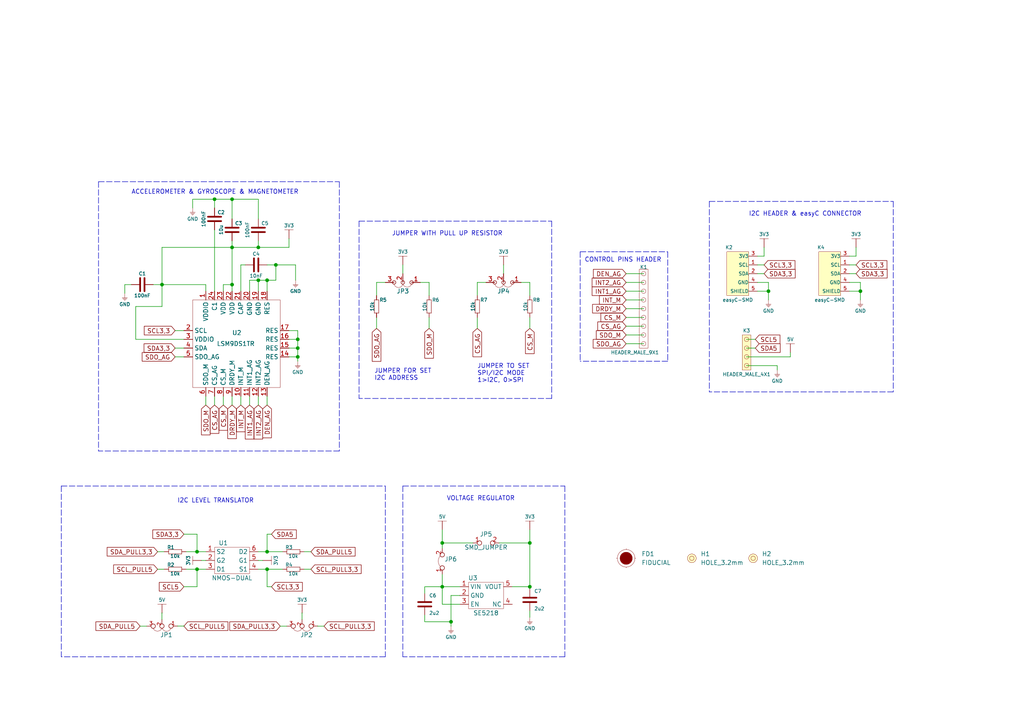
<source format=kicad_sch>
(kicad_sch (version 20210621) (generator eeschema)

  (uuid 4531e10b-7ee4-446e-8066-f027dcf60d70)

  (paper "A4")

  (lib_symbols
    (symbol "e-radionica.com schematics:0603C" (pin_numbers hide) (pin_names (offset 0.002)) (in_bom yes) (on_board yes)
      (property "Reference" "C" (id 0) (at -0.635 3.175 0)
        (effects (font (size 1 1)))
      )
      (property "Value" "0603C" (id 1) (at 0 -3.175 0)
        (effects (font (size 1 1)))
      )
      (property "Footprint" "e-radionica.com footprinti:0603C" (id 2) (at 0 0 0)
        (effects (font (size 1 1)) hide)
      )
      (property "Datasheet" "" (id 3) (at 0 0 0)
        (effects (font (size 1 1)) hide)
      )
      (symbol "0603C_0_1"
        (polyline
          (pts
            (xy -0.635 1.905)
            (xy -0.635 -1.905)
          )
          (stroke (width 0.5)) (fill (type none))
        )
        (polyline
          (pts
            (xy 0.635 1.905)
            (xy 0.635 -1.905)
          )
          (stroke (width 0.5)) (fill (type none))
        )
      )
      (symbol "0603C_1_1"
        (pin passive line (at -3.175 0 0) (length 2.54)
          (name "~" (effects (font (size 1.27 1.27))))
          (number "1" (effects (font (size 1.27 1.27))))
        )
        (pin passive line (at 3.175 0 180) (length 2.54)
          (name "~" (effects (font (size 1.27 1.27))))
          (number "2" (effects (font (size 1.27 1.27))))
        )
      )
    )
    (symbol "e-radionica.com schematics:0603R" (pin_numbers hide) (pin_names (offset 0.254)) (in_bom yes) (on_board yes)
      (property "Reference" "R" (id 0) (at -1.905 1.905 0)
        (effects (font (size 1 1)))
      )
      (property "Value" "0603R" (id 1) (at 0 -1.905 0)
        (effects (font (size 1 1)))
      )
      (property "Footprint" "e-radionica.com footprinti:0603R" (id 2) (at -0.635 1.905 0)
        (effects (font (size 1 1)) hide)
      )
      (property "Datasheet" "" (id 3) (at -0.635 1.905 0)
        (effects (font (size 1 1)) hide)
      )
      (symbol "0603R_0_1"
        (rectangle (start -1.905 -0.635) (end 1.905 -0.6604)
          (stroke (width 0.1)) (fill (type none))
        )
        (rectangle (start -1.905 0.635) (end -1.8796 -0.635)
          (stroke (width 0.1)) (fill (type none))
        )
        (rectangle (start -1.905 0.635) (end 1.905 0.6096)
          (stroke (width 0.1)) (fill (type none))
        )
        (rectangle (start 1.905 0.635) (end 1.9304 -0.635)
          (stroke (width 0.1)) (fill (type none))
        )
      )
      (symbol "0603R_1_1"
        (pin passive line (at -3.175 0 0) (length 1.27)
          (name "~" (effects (font (size 1.27 1.27))))
          (number "1" (effects (font (size 1.27 1.27))))
        )
        (pin passive line (at 3.175 0 180) (length 1.27)
          (name "~" (effects (font (size 1.27 1.27))))
          (number "2" (effects (font (size 1.27 1.27))))
        )
      )
    )
    (symbol "e-radionica.com schematics:1206C" (pin_numbers hide) (in_bom yes) (on_board yes)
      (property "Reference" "C" (id 0) (at -0.635 3.175 0)
        (effects (font (size 1 1)))
      )
      (property "Value" "1206C" (id 1) (at 0 -3.175 0)
        (effects (font (size 1 1)))
      )
      (property "Footprint" "e-radionica.com footprinti:1206C" (id 2) (at 0 0 0)
        (effects (font (size 1 1)) hide)
      )
      (property "Datasheet" "" (id 3) (at 0 0 0)
        (effects (font (size 1 1)) hide)
      )
      (symbol "1206C_0_1"
        (polyline
          (pts
            (xy -0.635 1.905)
            (xy -0.635 -1.905)
          )
          (stroke (width 0.5)) (fill (type none))
        )
        (polyline
          (pts
            (xy 0.635 1.905)
            (xy 0.635 -1.905)
          )
          (stroke (width 0.5)) (fill (type none))
        )
      )
      (symbol "1206C_1_1"
        (pin passive line (at -3.175 0 0) (length 2.54)
          (name "~" (effects (font (size 1.27 1.27))))
          (number "1" (effects (font (size 1.27 1.27))))
        )
        (pin passive line (at 3.175 0 180) (length 2.54)
          (name "~" (effects (font (size 1.27 1.27))))
          (number "2" (effects (font (size 1.27 1.27))))
        )
      )
    )
    (symbol "e-radionica.com schematics:3V3" (power) (pin_names (offset 0)) (in_bom yes) (on_board yes)
      (property "Reference" "#PWR" (id 0) (at 4.445 0 0)
        (effects (font (size 1 1)) hide)
      )
      (property "Value" "3V3" (id 1) (at 0 3.556 0)
        (effects (font (size 1 1)))
      )
      (property "Footprint" "" (id 2) (at 4.445 3.81 0)
        (effects (font (size 1 1)) hide)
      )
      (property "Datasheet" "" (id 3) (at 4.445 3.81 0)
        (effects (font (size 1 1)) hide)
      )
      (property "ki_keywords" "power-flag" (id 4) (at 0 0 0)
        (effects (font (size 1.27 1.27)) hide)
      )
      (property "ki_description" "Power symbol creates a global label with name \"+3V3\"" (id 5) (at 0 0 0)
        (effects (font (size 1.27 1.27)) hide)
      )
      (symbol "3V3_0_1"
        (polyline
          (pts
            (xy -1.27 2.54)
            (xy 1.27 2.54)
          )
          (stroke (width 0.0006)) (fill (type none))
        )
        (polyline
          (pts
            (xy 0 0)
            (xy 0 2.54)
          )
          (stroke (width 0)) (fill (type none))
        )
      )
      (symbol "3V3_1_1"
        (pin power_in line (at 0 0 90) (length 0) hide
          (name "3V3" (effects (font (size 1.27 1.27))))
          (number "1" (effects (font (size 1.27 1.27))))
        )
      )
    )
    (symbol "e-radionica.com schematics:5V" (power) (pin_names (offset 0)) (in_bom yes) (on_board yes)
      (property "Reference" "#PWR" (id 0) (at 4.445 0 0)
        (effects (font (size 1 1)) hide)
      )
      (property "Value" "5V" (id 1) (at 0 3.556 0)
        (effects (font (size 1 1)))
      )
      (property "Footprint" "" (id 2) (at 4.445 3.81 0)
        (effects (font (size 1 1)) hide)
      )
      (property "Datasheet" "" (id 3) (at 4.445 3.81 0)
        (effects (font (size 1 1)) hide)
      )
      (property "ki_keywords" "power-flag" (id 4) (at 0 0 0)
        (effects (font (size 1.27 1.27)) hide)
      )
      (property "ki_description" "Power symbol creates a global label with name \"+3V3\"" (id 5) (at 0 0 0)
        (effects (font (size 1.27 1.27)) hide)
      )
      (symbol "5V_0_1"
        (polyline
          (pts
            (xy -1.27 2.54)
            (xy 1.27 2.54)
          )
          (stroke (width 0.0006)) (fill (type none))
        )
        (polyline
          (pts
            (xy 0 0)
            (xy 0 2.54)
          )
          (stroke (width 0)) (fill (type none))
        )
      )
      (symbol "5V_1_1"
        (pin power_in line (at 0 0 90) (length 0) hide
          (name "5V" (effects (font (size 1.27 1.27))))
          (number "1" (effects (font (size 1.27 1.27))))
        )
      )
    )
    (symbol "e-radionica.com schematics:FIDUCIAL" (in_bom no) (on_board yes)
      (property "Reference" "FD" (id 0) (at 0 3.81 0)
        (effects (font (size 1.27 1.27)))
      )
      (property "Value" "FIDUCIAL" (id 1) (at 0 -3.81 0)
        (effects (font (size 1.27 1.27)))
      )
      (property "Footprint" "e-radionica.com footprinti:FIDUCIAL_23" (id 2) (at 0.254 -5.334 0)
        (effects (font (size 1.27 1.27)) hide)
      )
      (property "Datasheet" "" (id 3) (at 0 0 0)
        (effects (font (size 1.27 1.27)) hide)
      )
      (symbol "FIDUCIAL_0_1"
        (circle (center 0 0) (radius 2.54) (stroke (width 0.0006)) (fill (type none)))
        (circle (center 0 0) (radius 1.7961) (stroke (width 0.001)) (fill (type outline)))
        (polyline
          (pts
            (xy -2.54 0)
            (xy -2.794 0)
          )
          (stroke (width 0.0006)) (fill (type none))
        )
        (polyline
          (pts
            (xy 0 -2.54)
            (xy 0 -2.794)
          )
          (stroke (width 0.0006)) (fill (type none))
        )
        (polyline
          (pts
            (xy 0 2.54)
            (xy 0 2.794)
          )
          (stroke (width 0.0006)) (fill (type none))
        )
        (polyline
          (pts
            (xy 2.54 0)
            (xy 2.794 0)
          )
          (stroke (width 0.0006)) (fill (type none))
        )
      )
    )
    (symbol "e-radionica.com schematics:GND" (power) (pin_names (offset 0)) (in_bom yes) (on_board yes)
      (property "Reference" "#PWR" (id 0) (at 4.445 0 0)
        (effects (font (size 1 1)) hide)
      )
      (property "Value" "GND" (id 1) (at 0 -2.921 0)
        (effects (font (size 1 1)))
      )
      (property "Footprint" "" (id 2) (at 4.445 3.81 0)
        (effects (font (size 1 1)) hide)
      )
      (property "Datasheet" "" (id 3) (at 4.445 3.81 0)
        (effects (font (size 1 1)) hide)
      )
      (property "ki_keywords" "power-flag" (id 4) (at 0 0 0)
        (effects (font (size 1.27 1.27)) hide)
      )
      (property "ki_description" "Power symbol creates a global label with name \"+3V3\"" (id 5) (at 0 0 0)
        (effects (font (size 1.27 1.27)) hide)
      )
      (symbol "GND_0_1"
        (polyline
          (pts
            (xy -0.762 -1.27)
            (xy 0.762 -1.27)
          )
          (stroke (width 0.0006)) (fill (type none))
        )
        (polyline
          (pts
            (xy -0.635 -1.524)
            (xy 0.635 -1.524)
          )
          (stroke (width 0.0006)) (fill (type none))
        )
        (polyline
          (pts
            (xy -0.381 -1.778)
            (xy 0.381 -1.778)
          )
          (stroke (width 0.0006)) (fill (type none))
        )
        (polyline
          (pts
            (xy -0.127 -2.032)
            (xy 0.127 -2.032)
          )
          (stroke (width 0.0006)) (fill (type none))
        )
        (polyline
          (pts
            (xy 0 0)
            (xy 0 -1.27)
          )
          (stroke (width 0.0006)) (fill (type none))
        )
      )
      (symbol "GND_1_1"
        (pin power_in line (at 0 0 270) (length 0) hide
          (name "GND" (effects (font (size 1.27 1.27))))
          (number "1" (effects (font (size 1.27 1.27))))
        )
      )
    )
    (symbol "e-radionica.com schematics:HEADER_MALE_4X1" (pin_numbers hide) (pin_names hide) (in_bom yes) (on_board yes)
      (property "Reference" "K" (id 0) (at -0.635 7.62 0)
        (effects (font (size 1 1)))
      )
      (property "Value" "HEADER_MALE_4X1" (id 1) (at 0 -5.08 0)
        (effects (font (size 1 1)))
      )
      (property "Footprint" "e-radionica.com footprinti:HEADER_MALE_4X1" (id 2) (at 0 -2.54 0)
        (effects (font (size 1 1)) hide)
      )
      (property "Datasheet" "" (id 3) (at 0 -2.54 0)
        (effects (font (size 1 1)) hide)
      )
      (symbol "HEADER_MALE_4X1_0_1"
        (circle (center 0 -2.54) (radius 0.635) (stroke (width 0.0006)) (fill (type none)))
        (circle (center 0 0) (radius 0.635) (stroke (width 0.0006)) (fill (type none)))
        (circle (center 0 2.54) (radius 0.635) (stroke (width 0.0006)) (fill (type none)))
        (circle (center 0 5.08) (radius 0.635) (stroke (width 0.0006)) (fill (type none)))
        (rectangle (start 1.27 -3.81) (end -1.27 6.35)
          (stroke (width 0.001)) (fill (type background))
        )
      )
      (symbol "HEADER_MALE_4X1_1_1"
        (pin passive line (at 0 -2.54 180) (length 0)
          (name "~" (effects (font (size 1 1))))
          (number "1" (effects (font (size 1 1))))
        )
        (pin passive line (at 0 0 180) (length 0)
          (name "~" (effects (font (size 1 1))))
          (number "2" (effects (font (size 1 1))))
        )
        (pin passive line (at 0 2.54 180) (length 0)
          (name "~" (effects (font (size 1 1))))
          (number "3" (effects (font (size 1 1))))
        )
        (pin passive line (at 0 5.08 180) (length 0)
          (name "~" (effects (font (size 1 1))))
          (number "4" (effects (font (size 1 1))))
        )
      )
    )
    (symbol "e-radionica.com schematics:HEADER_MALE_9X1" (pin_numbers hide) (pin_names hide) (in_bom yes) (on_board yes)
      (property "Reference" "K" (id 0) (at -0.635 12.7 0)
        (effects (font (size 1 1)))
      )
      (property "Value" "HEADER_MALE_9X1" (id 1) (at 0.635 -12.7 0)
        (effects (font (size 1 1)))
      )
      (property "Footprint" "e-radionica.com footprinti:HEADER_MALE_9X1" (id 2) (at 0 0 0)
        (effects (font (size 1 1)) hide)
      )
      (property "Datasheet" "" (id 3) (at 0 0 0)
        (effects (font (size 1 1)) hide)
      )
      (symbol "HEADER_MALE_9X1_0_1"
        (circle (center 0 -10.16) (radius 0.635) (stroke (width 0.0006)) (fill (type none)))
        (circle (center 0 -7.62) (radius 0.635) (stroke (width 0.0006)) (fill (type none)))
        (circle (center 0 -5.08) (radius 0.635) (stroke (width 0.0006)) (fill (type none)))
        (circle (center 0 -2.54) (radius 0.635) (stroke (width 0.0006)) (fill (type none)))
        (circle (center 0 0) (radius 0.635) (stroke (width 0.0006)) (fill (type none)))
        (circle (center 0 2.54) (radius 0.635) (stroke (width 0.0006)) (fill (type none)))
        (circle (center 0 5.08) (radius 0.635) (stroke (width 0.0006)) (fill (type none)))
        (circle (center 0 7.62) (radius 0.635) (stroke (width 0.0006)) (fill (type none)))
        (circle (center 0 10.16) (radius 0.635) (stroke (width 0.0006)) (fill (type none)))
        (rectangle (start 1.27 -11.43) (end -1.27 11.43)
          (stroke (width 0.0006)) (fill (type none))
        )
      )
      (symbol "HEADER_MALE_9X1_1_1"
        (pin passive line (at 0 -10.16 180) (length 0)
          (name "~" (effects (font (size 0.991 0.991))))
          (number "1" (effects (font (size 0.991 0.991))))
        )
        (pin passive line (at 0 -7.62 180) (length 0)
          (name "~" (effects (font (size 0.991 0.991))))
          (number "2" (effects (font (size 0.991 0.991))))
        )
        (pin passive line (at 0 -5.08 180) (length 0)
          (name "~" (effects (font (size 0.991 0.991))))
          (number "3" (effects (font (size 0.991 0.991))))
        )
        (pin passive line (at 0 -2.54 180) (length 0)
          (name "~" (effects (font (size 0.991 0.991))))
          (number "4" (effects (font (size 0.991 0.991))))
        )
        (pin passive line (at 0 0 180) (length 0)
          (name "~" (effects (font (size 0.991 0.991))))
          (number "5" (effects (font (size 0.991 0.991))))
        )
        (pin passive line (at 0 2.54 180) (length 0)
          (name "~" (effects (font (size 0.991 0.991))))
          (number "6" (effects (font (size 0.991 0.991))))
        )
        (pin passive line (at 0 5.08 180) (length 0)
          (name "~" (effects (font (size 0.991 0.991))))
          (number "7" (effects (font (size 0.991 0.991))))
        )
        (pin passive line (at 0 7.62 180) (length 0)
          (name "~" (effects (font (size 0.991 0.991))))
          (number "8" (effects (font (size 0.991 0.991))))
        )
        (pin passive line (at 0 10.16 180) (length 0)
          (name "~" (effects (font (size 0.991 0.991))))
          (number "9" (effects (font (size 0.991 0.991))))
        )
      )
    )
    (symbol "e-radionica.com schematics:HOLE_3.2mm" (pin_numbers hide) (pin_names hide) (in_bom yes) (on_board yes)
      (property "Reference" "H" (id 0) (at 0 2.54 0)
        (effects (font (size 1.27 1.27)))
      )
      (property "Value" "HOLE_3.2mm" (id 1) (at 0 -2.54 0)
        (effects (font (size 1.27 1.27)))
      )
      (property "Footprint" "e-radionica.com footprinti:HOLE_3.2mm" (id 2) (at 0 0 0)
        (effects (font (size 1.27 1.27)) hide)
      )
      (property "Datasheet" "" (id 3) (at 0 0 0)
        (effects (font (size 1.27 1.27)) hide)
      )
      (symbol "HOLE_3.2mm_0_1"
        (circle (center 0 0) (radius 0.635) (stroke (width 0.0006)) (fill (type none)))
        (circle (center 0 0) (radius 1.27) (stroke (width 0.001)) (fill (type background)))
      )
    )
    (symbol "e-radionica.com schematics:LSM9DS1TR" (in_bom yes) (on_board yes)
      (property "Reference" "U" (id 0) (at -11.43 13.97 0)
        (effects (font (size 1.27 1.27)))
      )
      (property "Value" "LSM9DS1TR" (id 1) (at 0 -19.05 0)
        (effects (font (size 1.27 1.27)))
      )
      (property "Footprint" "e-radionica.com footprinti:LSM9DS1TR" (id 2) (at -3.81 -6.35 0)
        (effects (font (size 1.27 1.27)) hide)
      )
      (property "Datasheet" "" (id 3) (at -3.81 -6.35 0)
        (effects (font (size 1.27 1.27)) hide)
      )
      (symbol "LSM9DS1TR_0_1"
        (rectangle (start -12.7 12.7) (end 12.7 -12.7)
          (stroke (width 0.0006)) (fill (type none))
        )
      )
      (symbol "LSM9DS1TR_1_1"
        (pin input line (at -8.89 15.24 270) (length 2.54)
          (name "VDDIO" (effects (font (size 1.27 1.27))))
          (number "1" (effects (font (size 1.27 1.27))))
        )
        (pin input line (at 1.27 -15.24 90) (length 2.54)
          (name "INT_M" (effects (font (size 1.27 1.27))))
          (number "10" (effects (font (size 1.27 1.27))))
        )
        (pin input line (at 3.81 -15.24 90) (length 2.54)
          (name "INT1_AG" (effects (font (size 1.27 1.27))))
          (number "11" (effects (font (size 1.27 1.27))))
        )
        (pin input line (at 6.35 -15.24 90) (length 2.54)
          (name "INT2_AG" (effects (font (size 1.27 1.27))))
          (number "12" (effects (font (size 1.27 1.27))))
        )
        (pin input line (at 8.89 -15.24 90) (length 2.54)
          (name "DEN_AG" (effects (font (size 1.27 1.27))))
          (number "13" (effects (font (size 1.27 1.27))))
        )
        (pin input line (at 15.24 -3.81 180) (length 2.54)
          (name "RES" (effects (font (size 1.27 1.27))))
          (number "14" (effects (font (size 1.27 1.27))))
        )
        (pin input line (at 15.24 -1.27 180) (length 2.54)
          (name "RES" (effects (font (size 1.27 1.27))))
          (number "15" (effects (font (size 1.27 1.27))))
        )
        (pin input line (at 15.24 1.27 180) (length 2.54)
          (name "RES" (effects (font (size 1.27 1.27))))
          (number "16" (effects (font (size 1.27 1.27))))
        )
        (pin input line (at 15.24 3.81 180) (length 2.54)
          (name "RES" (effects (font (size 1.27 1.27))))
          (number "17" (effects (font (size 1.27 1.27))))
        )
        (pin input line (at 8.89 15.24 270) (length 2.54)
          (name "RES" (effects (font (size 1.27 1.27))))
          (number "18" (effects (font (size 1.27 1.27))))
        )
        (pin input line (at 6.35 15.24 270) (length 2.54)
          (name "GND" (effects (font (size 1.27 1.27))))
          (number "19" (effects (font (size 1.27 1.27))))
        )
        (pin input line (at -15.24 3.81 0) (length 2.54)
          (name "SCL" (effects (font (size 1.27 1.27))))
          (number "2" (effects (font (size 1.27 1.27))))
        )
        (pin input line (at 3.81 15.24 270) (length 2.54)
          (name "GND" (effects (font (size 1.27 1.27))))
          (number "20" (effects (font (size 1.27 1.27))))
        )
        (pin input line (at 1.27 15.24 270) (length 2.54)
          (name "CAP" (effects (font (size 1.27 1.27))))
          (number "21" (effects (font (size 1.27 1.27))))
        )
        (pin input line (at -1.27 15.24 270) (length 2.54)
          (name "VDD" (effects (font (size 1.27 1.27))))
          (number "22" (effects (font (size 1.27 1.27))))
        )
        (pin input line (at -3.81 15.24 270) (length 2.54)
          (name "VDD" (effects (font (size 1.27 1.27))))
          (number "23" (effects (font (size 1.27 1.27))))
        )
        (pin input line (at -6.35 15.24 270) (length 2.54)
          (name "C1" (effects (font (size 1.27 1.27))))
          (number "24" (effects (font (size 1.27 1.27))))
        )
        (pin input line (at -15.24 1.27 0) (length 2.54)
          (name "VDDIO" (effects (font (size 1.27 1.27))))
          (number "3" (effects (font (size 1.27 1.27))))
        )
        (pin input line (at -15.24 -1.27 0) (length 2.54)
          (name "SDA" (effects (font (size 1.27 1.27))))
          (number "4" (effects (font (size 1.27 1.27))))
        )
        (pin input line (at -15.24 -3.81 0) (length 2.54)
          (name "SDO_AG" (effects (font (size 1.27 1.27))))
          (number "5" (effects (font (size 1.27 1.27))))
        )
        (pin input line (at -8.89 -15.24 90) (length 2.54)
          (name "SDO_M" (effects (font (size 1.27 1.27))))
          (number "6" (effects (font (size 1.27 1.27))))
        )
        (pin input line (at -6.35 -15.24 90) (length 2.54)
          (name "CS_AG" (effects (font (size 1.27 1.27))))
          (number "7" (effects (font (size 1.27 1.27))))
        )
        (pin input line (at -3.81 -15.24 90) (length 2.54)
          (name "CS_M" (effects (font (size 1.27 1.27))))
          (number "8" (effects (font (size 1.27 1.27))))
        )
        (pin input line (at -1.27 -15.24 90) (length 2.54)
          (name "DRDY_M" (effects (font (size 1.27 1.27))))
          (number "9" (effects (font (size 1.27 1.27))))
        )
      )
    )
    (symbol "e-radionica.com schematics:NMOS-DUAL" (in_bom yes) (on_board yes)
      (property "Reference" "U" (id 0) (at -3.81 5.08 0)
        (effects (font (size 1.27 1.27)))
      )
      (property "Value" "NMOS-DUAL" (id 1) (at 0 -5.08 0)
        (effects (font (size 1.27 1.27)))
      )
      (property "Footprint" "e-radionica.com footprinti:SOT-363" (id 2) (at 0 -7.62 0)
        (effects (font (size 1.27 1.27)) hide)
      )
      (property "Datasheet" "" (id 3) (at 0 -2.54 0)
        (effects (font (size 1.27 1.27)) hide)
      )
      (symbol "NMOS-DUAL_0_1"
        (rectangle (start -5.08 3.81) (end 5.08 -3.81)
          (stroke (width 0.0006)) (fill (type none))
        )
      )
      (symbol "NMOS-DUAL_1_1"
        (pin input line (at -7.62 2.54 0) (length 2.54)
          (name "S2" (effects (font (size 1.27 1.27))))
          (number "1" (effects (font (size 1.27 1.27))))
        )
        (pin input line (at -7.62 0 0) (length 2.54)
          (name "G2" (effects (font (size 1.27 1.27))))
          (number "2" (effects (font (size 1.27 1.27))))
        )
        (pin input line (at -7.62 -2.54 0) (length 2.54)
          (name "D1" (effects (font (size 1.27 1.27))))
          (number "3" (effects (font (size 1.27 1.27))))
        )
        (pin input line (at 7.62 -2.54 180) (length 2.54)
          (name "S1" (effects (font (size 1.27 1.27))))
          (number "4" (effects (font (size 1.27 1.27))))
        )
        (pin input line (at 7.62 0 180) (length 2.54)
          (name "G1" (effects (font (size 1.27 1.27))))
          (number "5" (effects (font (size 1.27 1.27))))
        )
        (pin input line (at 7.62 2.54 180) (length 2.54)
          (name "D2" (effects (font (size 1.27 1.27))))
          (number "6" (effects (font (size 1.27 1.27))))
        )
      )
    )
    (symbol "e-radionica.com schematics:SE5218" (in_bom yes) (on_board yes)
      (property "Reference" "U" (id 0) (at -3.81 5.08 0)
        (effects (font (size 1.27 1.27)))
      )
      (property "Value" "SE5218" (id 1) (at 0 -5.08 0)
        (effects (font (size 1.27 1.27)))
      )
      (property "Footprint" "e-radionica.com footprinti:SOT-23-5" (id 2) (at 0 0 0)
        (effects (font (size 1.27 1.27)) hide)
      )
      (property "Datasheet" "" (id 3) (at 0 0 0)
        (effects (font (size 1.27 1.27)) hide)
      )
      (symbol "SE5218_0_1"
        (rectangle (start -5.08 3.81) (end 5.08 -3.81)
          (stroke (width 0.0006)) (fill (type none))
        )
      )
      (symbol "SE5218_1_1"
        (pin power_in line (at -7.62 2.54 0) (length 2.54)
          (name "VIN" (effects (font (size 1.27 1.27))))
          (number "1" (effects (font (size 1.27 1.27))))
        )
        (pin power_in line (at -7.62 0 0) (length 2.54)
          (name "GND" (effects (font (size 1.27 1.27))))
          (number "2" (effects (font (size 1.27 1.27))))
        )
        (pin input line (at -7.62 -2.54 0) (length 2.54)
          (name "EN" (effects (font (size 1.27 1.27))))
          (number "3" (effects (font (size 1.27 1.27))))
        )
        (pin passive line (at 7.62 -2.54 180) (length 2.54)
          (name "NC" (effects (font (size 1.27 1.27))))
          (number "4" (effects (font (size 1.27 1.27))))
        )
        (pin power_out line (at 7.62 2.54 180) (length 2.54)
          (name "VOUT" (effects (font (size 1.27 1.27))))
          (number "5" (effects (font (size 1.27 1.27))))
        )
      )
    )
    (symbol "e-radionica.com schematics:SMD-JUMPER-CONNECTED_TRACE_SLODERMASK" (in_bom yes) (on_board yes)
      (property "Reference" "JP" (id 0) (at 0 3.556 0)
        (effects (font (size 1.27 1.27)))
      )
      (property "Value" "SMD-JUMPER-CONNECTED_TRACE_SLODERMASK" (id 1) (at 0 -2.54 0)
        (effects (font (size 1.27 1.27)))
      )
      (property "Footprint" "e-radionica.com footprinti:SMD-JUMPER-CONNECTED_TRACE_SLODERMASK" (id 2) (at 0 -5.715 0)
        (effects (font (size 1.27 1.27)) hide)
      )
      (property "Datasheet" "" (id 3) (at 0 0 0)
        (effects (font (size 1.27 1.27)) hide)
      )
      (symbol "SMD-JUMPER-CONNECTED_TRACE_SLODERMASK_0_1"
        (arc (start -1.8034 0.5588) (end 1.397 0.5842) (radius (at -0.1875 -1.4124) (length 2.5489) (angles 129.3 51.6))
          (stroke (width 0.0006)) (fill (type none))
        )
      )
      (symbol "SMD-JUMPER-CONNECTED_TRACE_SLODERMASK_1_1"
        (pin passive inverted (at -4.064 0 0) (length 2.54)
          (name "" (effects (font (size 1.27 1.27))))
          (number "1" (effects (font (size 1.27 1.27))))
        )
        (pin passive inverted (at 3.556 0 180) (length 2.54)
          (name "" (effects (font (size 1.27 1.27))))
          (number "2" (effects (font (size 1.27 1.27))))
        )
      )
    )
    (symbol "e-radionica.com schematics:SMD_JUMPER" (in_bom yes) (on_board yes)
      (property "Reference" "JP" (id 0) (at 0 1.397 0)
        (effects (font (size 1.27 1.27)))
      )
      (property "Value" "SMD_JUMPER" (id 1) (at 0.508 -3.048 0)
        (effects (font (size 1.27 1.27)))
      )
      (property "Footprint" "e-radionica.com footprinti:SMD_JUMPER" (id 2) (at 0 0 0)
        (effects (font (size 1.27 1.27)) hide)
      )
      (property "Datasheet" "" (id 3) (at 0 0 0)
        (effects (font (size 1.27 1.27)) hide)
      )
      (symbol "SMD_JUMPER_1_1"
        (pin passive inverted (at -3.81 0 0) (length 2.54)
          (name "" (effects (font (size 1.27 1.27))))
          (number "1" (effects (font (size 1.27 1.27))))
        )
        (pin passive inverted (at 3.81 0 180) (length 2.54)
          (name "" (effects (font (size 1.27 1.27))))
          (number "2" (effects (font (size 1.27 1.27))))
        )
      )
    )
    (symbol "e-radionica.com schematics:SMD_JUMPER_3_PAD_TRACE" (in_bom yes) (on_board yes)
      (property "Reference" "JP" (id 0) (at 0.0254 5.461 0)
        (effects (font (size 1.27 1.27)))
      )
      (property "Value" "SMD_JUMPER_3_PAD_TRACE" (id 1) (at 0.3048 -4.572 0)
        (effects (font (size 1.27 1.27)))
      )
      (property "Footprint" "e-radionica.com footprinti:SMD_JUMPER_3_PAD_TRACE" (id 2) (at 0 -1.27 0)
        (effects (font (size 1.27 1.27)) hide)
      )
      (property "Datasheet" "" (id 3) (at 0 0 0)
        (effects (font (size 1.27 1.27)) hide)
      )
      (symbol "SMD_JUMPER_3_PAD_TRACE_0_1"
        (arc (start -2.6162 0.6096) (end 0 0.5842) (radius (at -1.3133 0.057) (length 1.4152) (angles 157 21.9))
          (stroke (width 0.0006)) (fill (type none))
        )
        (arc (start 0 0.6096) (end 2.5908 0.6604) (radius (at 1.308 -0.0085) (length 1.4467) (angles 154.7 27.5))
          (stroke (width 0.0006)) (fill (type none))
        )
      )
      (symbol "SMD_JUMPER_3_PAD_TRACE_1_1"
        (pin passive inverted (at -4.5212 -0.0254 0) (length 2.54)
          (name "" (effects (font (size 1 1))))
          (number "1" (effects (font (size 1 1))))
        )
        (pin passive inverted (at 0.0254 -1.9304 90) (length 2.54)
          (name "" (effects (font (size 1 1))))
          (number "2" (effects (font (size 1 1))))
        )
        (pin passive inverted (at 4.4704 0 180) (length 2.54)
          (name "" (effects (font (size 1 1))))
          (number "3" (effects (font (size 1 1))))
        )
      )
    )
    (symbol "e-radionica.com schematics:SMD_JUMPER_3_PAD_TRACE_1" (in_bom yes) (on_board yes)
      (property "Reference" "JP" (id 0) (at 0.0254 5.461 0)
        (effects (font (size 1.27 1.27)))
      )
      (property "Value" "SMD_JUMPER_3_PAD_TRACE" (id 1) (at 0.3048 -4.572 0)
        (effects (font (size 1.27 1.27)))
      )
      (property "Footprint" "e-radionica.com footprinti:SMD_JUMPER_3_PAD_TRACE" (id 2) (at 0 -1.27 0)
        (effects (font (size 1.27 1.27)) hide)
      )
      (property "Datasheet" "" (id 3) (at 0 0 0)
        (effects (font (size 1.27 1.27)) hide)
      )
      (symbol "SMD_JUMPER_3_PAD_TRACE_1_0_1"
        (arc (start -2.54 0.508) (end 0 0.508) (radius (at -1.27 -0.0203) (length 1.3755) (angles 157.4 22.6))
          (stroke (width 0.0006)) (fill (type none))
        )
        (arc (start 0 0.508) (end 2.54 0.508) (radius (at 1.27 0.1612) (length 1.3165) (angles 164.7 15.3))
          (stroke (width 0.0006)) (fill (type none))
        )
        (circle (center -2.54 0) (radius 0.508) (stroke (width 0.1524)) (fill (type none)))
        (circle (center 0 0) (radius 0.508) (stroke (width 0.1524)) (fill (type none)))
        (circle (center 2.54 0) (radius 0.508) (stroke (width 0.1524)) (fill (type none)))
      )
      (symbol "SMD_JUMPER_3_PAD_TRACE_1_1_1"
        (pin input line (at -5.08 0 0) (length 2.54)
          (name "" (effects (font (size 1.27 1.27))))
          (number "1" (effects (font (size 1.27 1.27))))
        )
        (pin input line (at 0 -2.54 90) (length 2.54)
          (name "" (effects (font (size 1.27 1.27))))
          (number "2" (effects (font (size 1.27 1.27))))
        )
        (pin input line (at 5.08 0 180) (length 2.54)
          (name "" (effects (font (size 1.27 1.27))))
          (number "3" (effects (font (size 1.27 1.27))))
        )
      )
    )
    (symbol "e-radionica.com schematics:easyC-SMD" (pin_names (offset 0.002)) (in_bom yes) (on_board yes)
      (property "Reference" "K" (id 0) (at -2.54 10.16 0)
        (effects (font (size 1 1)))
      )
      (property "Value" "easyC-SMD" (id 1) (at 0 -5.08 0)
        (effects (font (size 1 1)))
      )
      (property "Footprint" "e-radionica.com footprinti:easyC-connector" (id 2) (at 3.175 2.54 0)
        (effects (font (size 1 1)) hide)
      )
      (property "Datasheet" "" (id 3) (at 3.175 2.54 0)
        (effects (font (size 1 1)) hide)
      )
      (symbol "easyC-SMD_0_1"
        (rectangle (start -3.175 8.89) (end 3.175 -3.81)
          (stroke (width 0.001)) (fill (type background))
        )
      )
      (symbol "easyC-SMD_1_1"
        (pin passive line (at 5.715 5.08 180) (length 2.54)
          (name "SCL" (effects (font (size 1 1))))
          (number "1" (effects (font (size 1 1))))
        )
        (pin passive line (at 5.715 2.54 180) (length 2.54)
          (name "SDA" (effects (font (size 1 1))))
          (number "2" (effects (font (size 1 1))))
        )
        (pin passive line (at 5.715 7.62 180) (length 2.54)
          (name "3V3" (effects (font (size 1 1))))
          (number "3" (effects (font (size 1 1))))
        )
        (pin passive line (at 5.715 0 180) (length 2.54)
          (name "GND" (effects (font (size 1 1))))
          (number "4" (effects (font (size 1 1))))
        )
        (pin passive line (at 5.715 -2.54 180) (length 2.54)
          (name "SHIELD" (effects (font (size 1 1))))
          (number "5" (effects (font (size 1 1))))
        )
      )
    )
  )

  (junction (at 46.99 82.55) (diameter 0.9144) (color 0 0 0 0))
  (junction (at 57.15 160.02) (diameter 0.9144) (color 0 0 0 0))
  (junction (at 57.15 165.1) (diameter 0.9144) (color 0 0 0 0))
  (junction (at 62.23 57.785) (diameter 0.9144) (color 0 0 0 0))
  (junction (at 67.31 57.785) (diameter 0.9144) (color 0 0 0 0))
  (junction (at 67.31 71.755) (diameter 0.9144) (color 0 0 0 0))
  (junction (at 67.31 82.55) (diameter 0.9144) (color 0 0 0 0))
  (junction (at 74.93 71.755) (diameter 0.9144) (color 0 0 0 0))
  (junction (at 74.93 81.28) (diameter 0.9144) (color 0 0 0 0))
  (junction (at 77.47 81.28) (diameter 0.9144) (color 0 0 0 0))
  (junction (at 77.47 160.02) (diameter 0.9144) (color 0 0 0 0))
  (junction (at 77.47 165.1) (diameter 0.9144) (color 0 0 0 0))
  (junction (at 80.01 76.835) (diameter 0.9144) (color 0 0 0 0))
  (junction (at 86.36 98.425) (diameter 0.9144) (color 0 0 0 0))
  (junction (at 86.36 100.965) (diameter 0.9144) (color 0 0 0 0))
  (junction (at 86.36 103.505) (diameter 0.9144) (color 0 0 0 0))
  (junction (at 128.27 157.48) (diameter 0.9144) (color 0 0 0 0))
  (junction (at 128.27 170.18) (diameter 0.9144) (color 0 0 0 0))
  (junction (at 130.81 180.34) (diameter 0.9144) (color 0 0 0 0))
  (junction (at 153.67 157.48) (diameter 0.9144) (color 0 0 0 0))
  (junction (at 153.67 170.18) (diameter 0.9144) (color 0 0 0 0))
  (junction (at 222.885 84.455) (diameter 0.9144) (color 0 0 0 0))
  (junction (at 249.555 84.455) (diameter 0.9144) (color 0 0 0 0))

  (wire (pts (xy 36.195 82.55) (xy 36.195 85.09))
    (stroke (width 0) (type solid) (color 0 0 0 0))
    (uuid e216274e-3d7e-4626-a16e-8b975e610237)
  )
  (wire (pts (xy 38.1 82.55) (xy 36.195 82.55))
    (stroke (width 0) (type solid) (color 0 0 0 0))
    (uuid e216274e-3d7e-4626-a16e-8b975e610237)
  )
  (wire (pts (xy 39.37 88.9) (xy 39.37 98.425))
    (stroke (width 0) (type solid) (color 0 0 0 0))
    (uuid e34a9e68-ab7a-4fa9-9904-1f560cb5d72b)
  )
  (wire (pts (xy 39.37 88.9) (xy 46.99 88.9))
    (stroke (width 0) (type solid) (color 0 0 0 0))
    (uuid 00e8ddb8-26ca-4160-9c46-b838eb728eb6)
  )
  (wire (pts (xy 40.64 181.61) (xy 42.5196 181.61))
    (stroke (width 0) (type solid) (color 0 0 0 0))
    (uuid 9b226fbf-def8-4234-8c39-99cf95b39ae8)
  )
  (wire (pts (xy 44.45 82.55) (xy 46.99 82.55))
    (stroke (width 0) (type solid) (color 0 0 0 0))
    (uuid 27a5b4af-beba-4b74-aba6-fa60e85ee3ea)
  )
  (wire (pts (xy 45.72 160.02) (xy 47.625 160.02))
    (stroke (width 0) (type solid) (color 0 0 0 0))
    (uuid b3c13c98-c985-4b7a-80cd-fce70fdf5599)
  )
  (wire (pts (xy 45.72 165.1) (xy 47.625 165.1))
    (stroke (width 0) (type solid) (color 0 0 0 0))
    (uuid 33451d3a-97a2-41c8-a190-165fbeeb11b8)
  )
  (wire (pts (xy 46.9646 177.8) (xy 46.99 177.8))
    (stroke (width 0) (type solid) (color 0 0 0 0))
    (uuid 80d4aed0-129b-4536-a555-7214c952cd0a)
  )
  (wire (pts (xy 46.9646 179.6796) (xy 46.9646 177.8))
    (stroke (width 0) (type solid) (color 0 0 0 0))
    (uuid c494bad9-798d-4819-8c8a-a35f0ccef855)
  )
  (wire (pts (xy 46.99 71.755) (xy 46.99 82.55))
    (stroke (width 0) (type solid) (color 0 0 0 0))
    (uuid 34132277-5387-4615-a7da-e46a19ddaef2)
  )
  (wire (pts (xy 46.99 71.755) (xy 67.31 71.755))
    (stroke (width 0) (type solid) (color 0 0 0 0))
    (uuid 7b7de76c-5a85-452f-b349-f5cd71747f70)
  )
  (wire (pts (xy 46.99 82.55) (xy 46.99 88.9))
    (stroke (width 0) (type solid) (color 0 0 0 0))
    (uuid 34132277-5387-4615-a7da-e46a19ddaef2)
  )
  (wire (pts (xy 46.99 82.55) (xy 59.69 82.55))
    (stroke (width 0) (type solid) (color 0 0 0 0))
    (uuid 55e8747d-3581-4aa9-b5a2-495ea0edc56a)
  )
  (wire (pts (xy 50.8 95.885) (xy 53.34 95.885))
    (stroke (width 0) (type solid) (color 0 0 0 0))
    (uuid 6406bfb1-a8b9-4cf6-aca6-391bdbf67578)
  )
  (wire (pts (xy 50.8 100.965) (xy 53.34 100.965))
    (stroke (width 0) (type solid) (color 0 0 0 0))
    (uuid 86b35a09-9338-4fd4-8991-4141fd3e1226)
  )
  (wire (pts (xy 50.8 103.505) (xy 53.34 103.505))
    (stroke (width 0) (type solid) (color 0 0 0 0))
    (uuid dea47859-3df1-46e4-bfc4-b493a3530beb)
  )
  (wire (pts (xy 51.5112 181.5846) (xy 53.34 181.5846))
    (stroke (width 0) (type solid) (color 0 0 0 0))
    (uuid 16d01b7f-8989-4233-bd35-bf9a1d487c51)
  )
  (wire (pts (xy 53.34 98.425) (xy 39.37 98.425))
    (stroke (width 0) (type solid) (color 0 0 0 0))
    (uuid e34a9e68-ab7a-4fa9-9904-1f560cb5d72b)
  )
  (wire (pts (xy 53.34 154.94) (xy 57.15 154.94))
    (stroke (width 0) (type solid) (color 0 0 0 0))
    (uuid f43fd525-3e86-46c6-b18c-6260b8c389b5)
  )
  (wire (pts (xy 53.34 170.18) (xy 57.15 170.18))
    (stroke (width 0) (type solid) (color 0 0 0 0))
    (uuid e9a45713-247e-47d8-8db3-f7f71a193a1f)
  )
  (wire (pts (xy 53.34 181.5846) (xy 53.34 181.61))
    (stroke (width 0) (type solid) (color 0 0 0 0))
    (uuid 4da1d782-8a4a-4ee7-98b4-3f9aa82b0c02)
  )
  (wire (pts (xy 53.975 160.02) (xy 57.15 160.02))
    (stroke (width 0) (type solid) (color 0 0 0 0))
    (uuid 3d455775-e318-4ed9-999d-441c00745ab9)
  )
  (wire (pts (xy 53.975 165.1) (xy 57.15 165.1))
    (stroke (width 0) (type solid) (color 0 0 0 0))
    (uuid a72e8191-9b6f-459f-99a8-8aac9218cd4c)
  )
  (wire (pts (xy 55.88 57.785) (xy 62.23 57.785))
    (stroke (width 0) (type solid) (color 0 0 0 0))
    (uuid 84307f9b-58bb-44f9-9366-6419e025eda1)
  )
  (wire (pts (xy 55.88 60.325) (xy 55.88 57.785))
    (stroke (width 0) (type solid) (color 0 0 0 0))
    (uuid 84307f9b-58bb-44f9-9366-6419e025eda1)
  )
  (wire (pts (xy 57.15 154.94) (xy 57.15 160.02))
    (stroke (width 0) (type solid) (color 0 0 0 0))
    (uuid cc0cc54f-0b17-44ed-9d2d-39c417702932)
  )
  (wire (pts (xy 57.15 160.02) (xy 59.69 160.02))
    (stroke (width 0) (type solid) (color 0 0 0 0))
    (uuid cd890472-ed19-464f-acae-82a7475948c5)
  )
  (wire (pts (xy 57.15 165.1) (xy 59.69 165.1))
    (stroke (width 0) (type solid) (color 0 0 0 0))
    (uuid 5092f600-7cdc-4825-bd3d-fecf0c3202b1)
  )
  (wire (pts (xy 57.15 170.18) (xy 57.15 165.1))
    (stroke (width 0) (type solid) (color 0 0 0 0))
    (uuid 06ebbe85-3ab9-44c9-895b-6eab657c8d45)
  )
  (wire (pts (xy 58.42 162.56) (xy 59.69 162.56))
    (stroke (width 0) (type solid) (color 0 0 0 0))
    (uuid a98b15fa-91fa-4367-b5cc-f20b2f0ca194)
  )
  (wire (pts (xy 59.69 84.455) (xy 59.69 82.55))
    (stroke (width 0) (type solid) (color 0 0 0 0))
    (uuid 768bdc6f-9fc2-4bc0-8ced-b53232c6df4d)
  )
  (wire (pts (xy 59.69 114.935) (xy 59.69 117.475))
    (stroke (width 0) (type solid) (color 0 0 0 0))
    (uuid 69b702cd-d8dc-4315-82a6-79c55126a85e)
  )
  (wire (pts (xy 62.23 57.785) (xy 62.23 60.325))
    (stroke (width 0) (type solid) (color 0 0 0 0))
    (uuid 84307f9b-58bb-44f9-9366-6419e025eda1)
  )
  (wire (pts (xy 62.23 57.785) (xy 67.31 57.785))
    (stroke (width 0) (type solid) (color 0 0 0 0))
    (uuid 1b8d9068-d836-4e2d-8dd0-a9d93f607a07)
  )
  (wire (pts (xy 62.23 66.675) (xy 62.23 84.455))
    (stroke (width 0) (type solid) (color 0 0 0 0))
    (uuid c52d751e-4daa-476c-b449-070fc52d9c9a)
  )
  (wire (pts (xy 62.23 114.935) (xy 62.23 117.475))
    (stroke (width 0) (type solid) (color 0 0 0 0))
    (uuid fa362c72-9abf-4ed0-87a8-fdd001a2f907)
  )
  (wire (pts (xy 64.77 82.55) (xy 64.77 84.455))
    (stroke (width 0) (type solid) (color 0 0 0 0))
    (uuid 844425d5-b077-4c0b-a5c5-fbe63b83cb3b)
  )
  (wire (pts (xy 64.77 82.55) (xy 67.31 82.55))
    (stroke (width 0) (type solid) (color 0 0 0 0))
    (uuid 033f2eb0-d9b2-4004-9bdd-b0024dd4cdb3)
  )
  (wire (pts (xy 64.77 114.935) (xy 64.77 117.475))
    (stroke (width 0) (type solid) (color 0 0 0 0))
    (uuid a4168362-3dd2-40aa-9698-12fe02cc0d8a)
  )
  (wire (pts (xy 67.31 57.785) (xy 74.93 57.785))
    (stroke (width 0) (type solid) (color 0 0 0 0))
    (uuid 1b8d9068-d836-4e2d-8dd0-a9d93f607a07)
  )
  (wire (pts (xy 67.31 63.5) (xy 67.31 57.785))
    (stroke (width 0) (type solid) (color 0 0 0 0))
    (uuid 46099f53-5da7-4370-8fa2-f52d8a40b80d)
  )
  (wire (pts (xy 67.31 69.85) (xy 67.31 71.755))
    (stroke (width 0) (type solid) (color 0 0 0 0))
    (uuid a6e8ceaf-ff9a-4104-9184-70065291f7d9)
  )
  (wire (pts (xy 67.31 71.755) (xy 67.31 82.55))
    (stroke (width 0) (type solid) (color 0 0 0 0))
    (uuid a6e8ceaf-ff9a-4104-9184-70065291f7d9)
  )
  (wire (pts (xy 67.31 82.55) (xy 67.31 84.455))
    (stroke (width 0) (type solid) (color 0 0 0 0))
    (uuid e68e7980-ac0e-4356-89a0-d35a3da59cce)
  )
  (wire (pts (xy 67.31 114.935) (xy 67.31 117.475))
    (stroke (width 0) (type solid) (color 0 0 0 0))
    (uuid aceec0eb-34e6-4b16-8c27-b5c4a44cbb81)
  )
  (wire (pts (xy 69.85 76.835) (xy 69.85 84.455))
    (stroke (width 0) (type solid) (color 0 0 0 0))
    (uuid 3b137271-9880-44a2-9274-b4cd64d3eedb)
  )
  (wire (pts (xy 69.85 114.935) (xy 69.85 117.475))
    (stroke (width 0) (type solid) (color 0 0 0 0))
    (uuid cf32f75a-8d2d-4dd3-b08c-581546b2b3ad)
  )
  (wire (pts (xy 71.12 76.835) (xy 69.85 76.835))
    (stroke (width 0) (type solid) (color 0 0 0 0))
    (uuid d60f43ad-ce2e-4261-a3d2-739feff3f065)
  )
  (wire (pts (xy 72.39 81.28) (xy 72.39 84.455))
    (stroke (width 0) (type solid) (color 0 0 0 0))
    (uuid fd63b105-052e-4249-8b3c-6c88d48bc6ee)
  )
  (wire (pts (xy 72.39 81.28) (xy 74.93 81.28))
    (stroke (width 0) (type solid) (color 0 0 0 0))
    (uuid c8e0ae10-0a11-4f27-8c53-661a69ba7519)
  )
  (wire (pts (xy 72.39 114.935) (xy 72.39 117.475))
    (stroke (width 0) (type solid) (color 0 0 0 0))
    (uuid 23b2c982-2d1e-441e-85e9-7dfdd2d7aefa)
  )
  (wire (pts (xy 74.93 57.785) (xy 74.93 63.5))
    (stroke (width 0) (type solid) (color 0 0 0 0))
    (uuid 576e90fd-2678-4414-8e06-07803d40b6cd)
  )
  (wire (pts (xy 74.93 69.85) (xy 74.93 71.755))
    (stroke (width 0) (type solid) (color 0 0 0 0))
    (uuid dd4a3dc8-8837-4b88-8a3c-a5d7b540d05a)
  )
  (wire (pts (xy 74.93 71.755) (xy 67.31 71.755))
    (stroke (width 0) (type solid) (color 0 0 0 0))
    (uuid 14269de0-3396-4bf6-8cb2-20de21e1a0f0)
  )
  (wire (pts (xy 74.93 81.28) (xy 74.93 84.455))
    (stroke (width 0) (type solid) (color 0 0 0 0))
    (uuid b03e5f7e-7040-450f-9501-4a62e1d2da8b)
  )
  (wire (pts (xy 74.93 81.28) (xy 77.47 81.28))
    (stroke (width 0) (type solid) (color 0 0 0 0))
    (uuid c8e0ae10-0a11-4f27-8c53-661a69ba7519)
  )
  (wire (pts (xy 74.93 114.935) (xy 74.93 117.475))
    (stroke (width 0) (type solid) (color 0 0 0 0))
    (uuid 22baa22f-f11e-4622-82a4-8a6f746f11b8)
  )
  (wire (pts (xy 74.93 160.02) (xy 77.47 160.02))
    (stroke (width 0) (type solid) (color 0 0 0 0))
    (uuid c5444c38-4edd-494d-bab8-5c2f16c33771)
  )
  (wire (pts (xy 74.93 162.56) (xy 76.2 162.56))
    (stroke (width 0) (type solid) (color 0 0 0 0))
    (uuid bf398094-24fe-4b66-8e0a-057a74b6cf65)
  )
  (wire (pts (xy 74.93 165.1) (xy 77.47 165.1))
    (stroke (width 0) (type solid) (color 0 0 0 0))
    (uuid a2fb30eb-d9e1-4549-8488-d3caf36cedf0)
  )
  (wire (pts (xy 77.47 81.28) (xy 77.47 84.455))
    (stroke (width 0) (type solid) (color 0 0 0 0))
    (uuid 6515057e-9ea3-4c2b-ad08-db08fad55746)
  )
  (wire (pts (xy 77.47 81.28) (xy 80.01 81.28))
    (stroke (width 0) (type solid) (color 0 0 0 0))
    (uuid c8e0ae10-0a11-4f27-8c53-661a69ba7519)
  )
  (wire (pts (xy 77.47 114.935) (xy 77.47 117.475))
    (stroke (width 0) (type solid) (color 0 0 0 0))
    (uuid a9913293-c58b-4c8d-b663-081b2659d4f1)
  )
  (wire (pts (xy 77.47 154.94) (xy 77.47 160.02))
    (stroke (width 0) (type solid) (color 0 0 0 0))
    (uuid a8b864bf-f1a4-4a95-845d-346c4249a778)
  )
  (wire (pts (xy 77.47 160.02) (xy 81.915 160.02))
    (stroke (width 0) (type solid) (color 0 0 0 0))
    (uuid 7cff9845-6138-4dba-b70b-a93bd0c09c4a)
  )
  (wire (pts (xy 77.47 165.1) (xy 81.915 165.1))
    (stroke (width 0) (type solid) (color 0 0 0 0))
    (uuid 93463da2-441e-4c32-9b5e-a38cd3e714e4)
  )
  (wire (pts (xy 77.47 170.18) (xy 77.47 165.1))
    (stroke (width 0) (type solid) (color 0 0 0 0))
    (uuid a76dfdb1-2f16-41f0-a5fd-fefc62358232)
  )
  (wire (pts (xy 78.74 154.94) (xy 77.47 154.94))
    (stroke (width 0) (type solid) (color 0 0 0 0))
    (uuid f5a341a5-01fb-45bc-aad7-4819c24bafa5)
  )
  (wire (pts (xy 78.74 170.18) (xy 77.47 170.18))
    (stroke (width 0) (type solid) (color 0 0 0 0))
    (uuid 02762eee-b0bb-4908-b36c-84547ab993c0)
  )
  (wire (pts (xy 80.01 76.835) (xy 77.47 76.835))
    (stroke (width 0) (type solid) (color 0 0 0 0))
    (uuid 29201af8-37f0-486b-89d6-653d77a3f202)
  )
  (wire (pts (xy 80.01 81.28) (xy 80.01 76.835))
    (stroke (width 0) (type solid) (color 0 0 0 0))
    (uuid c8e0ae10-0a11-4f27-8c53-661a69ba7519)
  )
  (wire (pts (xy 81.28 181.61) (xy 83.1596 181.61))
    (stroke (width 0) (type solid) (color 0 0 0 0))
    (uuid fe724085-0141-4f6d-965c-db0b7dfd4194)
  )
  (wire (pts (xy 83.82 69.215) (xy 83.82 71.755))
    (stroke (width 0) (type solid) (color 0 0 0 0))
    (uuid 14269de0-3396-4bf6-8cb2-20de21e1a0f0)
  )
  (wire (pts (xy 83.82 71.755) (xy 74.93 71.755))
    (stroke (width 0) (type solid) (color 0 0 0 0))
    (uuid 14269de0-3396-4bf6-8cb2-20de21e1a0f0)
  )
  (wire (pts (xy 83.82 95.885) (xy 86.36 95.885))
    (stroke (width 0) (type solid) (color 0 0 0 0))
    (uuid 995343d0-640d-4976-9883-7b7deacc615a)
  )
  (wire (pts (xy 83.82 98.425) (xy 86.36 98.425))
    (stroke (width 0) (type solid) (color 0 0 0 0))
    (uuid bc41024f-0529-4d30-9137-4c1b8183cbaa)
  )
  (wire (pts (xy 83.82 100.965) (xy 86.36 100.965))
    (stroke (width 0) (type solid) (color 0 0 0 0))
    (uuid ea4bb798-7115-4128-ae05-15bf29dffe80)
  )
  (wire (pts (xy 83.82 103.505) (xy 86.36 103.505))
    (stroke (width 0) (type solid) (color 0 0 0 0))
    (uuid bea81daa-ff48-4002-8e79-0e448cb22306)
  )
  (wire (pts (xy 85.725 76.835) (xy 80.01 76.835))
    (stroke (width 0) (type solid) (color 0 0 0 0))
    (uuid 29201af8-37f0-486b-89d6-653d77a3f202)
  )
  (wire (pts (xy 85.725 81.28) (xy 85.725 76.835))
    (stroke (width 0) (type solid) (color 0 0 0 0))
    (uuid 29201af8-37f0-486b-89d6-653d77a3f202)
  )
  (wire (pts (xy 86.36 95.885) (xy 86.36 98.425))
    (stroke (width 0) (type solid) (color 0 0 0 0))
    (uuid 995343d0-640d-4976-9883-7b7deacc615a)
  )
  (wire (pts (xy 86.36 98.425) (xy 86.36 100.965))
    (stroke (width 0) (type solid) (color 0 0 0 0))
    (uuid 995343d0-640d-4976-9883-7b7deacc615a)
  )
  (wire (pts (xy 86.36 100.965) (xy 86.36 103.505))
    (stroke (width 0) (type solid) (color 0 0 0 0))
    (uuid 995343d0-640d-4976-9883-7b7deacc615a)
  )
  (wire (pts (xy 86.36 103.505) (xy 86.36 104.775))
    (stroke (width 0) (type solid) (color 0 0 0 0))
    (uuid 995343d0-640d-4976-9883-7b7deacc615a)
  )
  (wire (pts (xy 87.6046 177.8) (xy 87.63 177.8))
    (stroke (width 0) (type solid) (color 0 0 0 0))
    (uuid 564e705c-f64a-4a43-a6d2-b6a9f47129ba)
  )
  (wire (pts (xy 87.6046 179.6796) (xy 87.6046 177.8))
    (stroke (width 0) (type solid) (color 0 0 0 0))
    (uuid 76904c7e-cbd9-4819-bd0e-94f701b435f5)
  )
  (wire (pts (xy 88.265 160.02) (xy 90.17 160.02))
    (stroke (width 0) (type solid) (color 0 0 0 0))
    (uuid 6ad98a8e-9c84-4a54-aae3-f3989b63463a)
  )
  (wire (pts (xy 88.265 165.1) (xy 90.17 165.1))
    (stroke (width 0) (type solid) (color 0 0 0 0))
    (uuid 3b88ecce-6c05-407f-9297-de3ee644f455)
  )
  (wire (pts (xy 92.1512 181.5846) (xy 92.1512 181.61))
    (stroke (width 0) (type solid) (color 0 0 0 0))
    (uuid f5071a65-c583-4936-8db8-4f9dd5ae3876)
  )
  (wire (pts (xy 92.1512 181.61) (xy 93.98 181.61))
    (stroke (width 0) (type solid) (color 0 0 0 0))
    (uuid 71a3a436-15e0-4547-96a9-37522277b5e1)
  )
  (wire (pts (xy 109.22 81.915) (xy 109.22 85.725))
    (stroke (width 0) (type solid) (color 0 0 0 0))
    (uuid 90de15a7-0529-46aa-ad10-bbf18a61b16b)
  )
  (wire (pts (xy 109.22 92.075) (xy 109.22 95.25))
    (stroke (width 0) (type solid) (color 0 0 0 0))
    (uuid 28488e7f-a885-4af4-97eb-f80e735ac2a4)
  )
  (wire (pts (xy 111.76 81.915) (xy 109.22 81.915))
    (stroke (width 0) (type solid) (color 0 0 0 0))
    (uuid 90de15a7-0529-46aa-ad10-bbf18a61b16b)
  )
  (wire (pts (xy 116.84 76.835) (xy 116.84 79.375))
    (stroke (width 0) (type solid) (color 0 0 0 0))
    (uuid 7bce78c7-73f0-48e9-803b-4cf74e0b19dc)
  )
  (wire (pts (xy 121.92 81.915) (xy 124.46 81.915))
    (stroke (width 0) (type solid) (color 0 0 0 0))
    (uuid 7674d978-a774-44e7-8902-effa00c6bbaf)
  )
  (wire (pts (xy 123.19 170.18) (xy 128.27 170.18))
    (stroke (width 0) (type solid) (color 0 0 0 0))
    (uuid af9d72b3-1dbd-4061-82d7-37680fda15b3)
  )
  (wire (pts (xy 123.19 172.085) (xy 123.19 170.18))
    (stroke (width 0) (type solid) (color 0 0 0 0))
    (uuid 7d10a118-55cd-485d-b78e-27f1fd8c0809)
  )
  (wire (pts (xy 123.19 178.435) (xy 123.19 180.34))
    (stroke (width 0) (type solid) (color 0 0 0 0))
    (uuid 7e8d1cc4-4c62-47f4-85b4-101c23307590)
  )
  (wire (pts (xy 123.19 180.34) (xy 130.81 180.34))
    (stroke (width 0) (type solid) (color 0 0 0 0))
    (uuid da0c3fab-c1c0-4d4a-a429-c63a08207a45)
  )
  (wire (pts (xy 124.46 81.915) (xy 124.46 85.725))
    (stroke (width 0) (type solid) (color 0 0 0 0))
    (uuid 7674d978-a774-44e7-8902-effa00c6bbaf)
  )
  (wire (pts (xy 124.46 92.075) (xy 124.46 95.25))
    (stroke (width 0) (type solid) (color 0 0 0 0))
    (uuid 1e72befb-e1c2-4024-9ff4-0185f7b5bd00)
  )
  (wire (pts (xy 128.27 153.67) (xy 128.27 157.48))
    (stroke (width 0) (type solid) (color 0 0 0 0))
    (uuid 34e49de8-2b72-49c8-a562-0de8a3576228)
  )
  (wire (pts (xy 128.27 157.48) (xy 128.27 159.004))
    (stroke (width 0) (type solid) (color 0 0 0 0))
    (uuid 3009c7db-0b14-42b6-8897-e7bd528c0c12)
  )
  (wire (pts (xy 128.27 157.48) (xy 137.16 157.48))
    (stroke (width 0) (type solid) (color 0 0 0 0))
    (uuid 03d420dd-c827-4c15-a6b0-ea6f04da5746)
  )
  (wire (pts (xy 128.27 166.624) (xy 128.27 170.18))
    (stroke (width 0) (type solid) (color 0 0 0 0))
    (uuid 2edb38b4-43df-4217-93af-9b7346473e8b)
  )
  (wire (pts (xy 128.27 175.26) (xy 128.27 170.18))
    (stroke (width 0) (type solid) (color 0 0 0 0))
    (uuid 51c52a70-c9b1-45d1-8ae2-1576abdcff47)
  )
  (wire (pts (xy 130.81 172.72) (xy 130.81 180.34))
    (stroke (width 0) (type solid) (color 0 0 0 0))
    (uuid e3a63f03-aa9c-4943-bf16-ff3a87669e6f)
  )
  (wire (pts (xy 130.81 180.34) (xy 130.81 181.61))
    (stroke (width 0) (type solid) (color 0 0 0 0))
    (uuid 6210d9f4-5c4e-4fbd-b80e-b74dad37a8fe)
  )
  (wire (pts (xy 133.35 170.18) (xy 128.27 170.18))
    (stroke (width 0) (type solid) (color 0 0 0 0))
    (uuid 0725e97d-6d52-48ae-9652-06972950eef2)
  )
  (wire (pts (xy 133.35 172.72) (xy 130.81 172.72))
    (stroke (width 0) (type solid) (color 0 0 0 0))
    (uuid 49339669-a545-442c-baaf-8ee4aede78a6)
  )
  (wire (pts (xy 133.35 175.26) (xy 128.27 175.26))
    (stroke (width 0) (type solid) (color 0 0 0 0))
    (uuid 60c73a00-62aa-4e20-bd7a-77f53b5e6c5d)
  )
  (wire (pts (xy 138.43 81.915) (xy 138.43 85.725))
    (stroke (width 0) (type solid) (color 0 0 0 0))
    (uuid 9994648f-e2d7-4a2e-8256-5f26e1728867)
  )
  (wire (pts (xy 138.43 92.075) (xy 138.43 95.25))
    (stroke (width 0) (type solid) (color 0 0 0 0))
    (uuid c78513f5-7cf0-432c-95f7-c5139d5b1988)
  )
  (wire (pts (xy 140.97 81.915) (xy 138.43 81.915))
    (stroke (width 0) (type solid) (color 0 0 0 0))
    (uuid 8dcb9699-eb02-4aad-8633-7ed53d47a8d5)
  )
  (wire (pts (xy 144.78 157.48) (xy 153.67 157.48))
    (stroke (width 0) (type solid) (color 0 0 0 0))
    (uuid 0120ded6-8950-48c6-9deb-927d869be1e8)
  )
  (wire (pts (xy 146.05 76.835) (xy 146.05 79.375))
    (stroke (width 0) (type solid) (color 0 0 0 0))
    (uuid 5116cb79-9ba1-463a-b49f-e44b62c2b8e5)
  )
  (wire (pts (xy 148.59 170.18) (xy 153.67 170.18))
    (stroke (width 0) (type solid) (color 0 0 0 0))
    (uuid cc04cae2-595e-4ae4-b0f6-6864b9531d18)
  )
  (wire (pts (xy 151.13 81.915) (xy 153.67 81.915))
    (stroke (width 0) (type solid) (color 0 0 0 0))
    (uuid 95f100f4-0955-4b51-b5ba-fc1722673ebc)
  )
  (wire (pts (xy 153.67 81.915) (xy 153.67 85.725))
    (stroke (width 0) (type solid) (color 0 0 0 0))
    (uuid 00d3ac00-3f74-44ba-b482-0e7c06084f4f)
  )
  (wire (pts (xy 153.67 92.075) (xy 153.67 95.25))
    (stroke (width 0) (type solid) (color 0 0 0 0))
    (uuid 325200c9-fba9-431c-8b4b-77f54177d042)
  )
  (wire (pts (xy 153.67 157.48) (xy 153.67 153.67))
    (stroke (width 0) (type solid) (color 0 0 0 0))
    (uuid 01d71ef2-3ca6-435b-b75e-ece74e9f1ae1)
  )
  (wire (pts (xy 153.67 157.48) (xy 153.67 170.18))
    (stroke (width 0) (type solid) (color 0 0 0 0))
    (uuid b0846e9b-8ad4-42e2-8918-9dd192728b5e)
  )
  (wire (pts (xy 153.67 170.18) (xy 153.67 170.815))
    (stroke (width 0) (type solid) (color 0 0 0 0))
    (uuid 5d34b57e-9f1c-4a90-a9d7-ef327a331432)
  )
  (wire (pts (xy 153.67 177.165) (xy 153.67 179.07))
    (stroke (width 0) (type solid) (color 0 0 0 0))
    (uuid 63cf36a9-cc65-4dbd-8ebd-4b82512d90b0)
  )
  (wire (pts (xy 181.61 79.375) (xy 186.69 79.375))
    (stroke (width 0) (type solid) (color 0 0 0 0))
    (uuid cae745a4-41a6-4560-af68-e215006276de)
  )
  (wire (pts (xy 181.61 81.915) (xy 186.69 81.915))
    (stroke (width 0) (type solid) (color 0 0 0 0))
    (uuid af9fe289-d5f0-4246-94f1-d36924fb09d0)
  )
  (wire (pts (xy 181.61 84.455) (xy 186.69 84.455))
    (stroke (width 0) (type solid) (color 0 0 0 0))
    (uuid 7ce105f4-9807-44aa-a8ab-fb395b728914)
  )
  (wire (pts (xy 181.61 86.995) (xy 186.69 86.995))
    (stroke (width 0) (type solid) (color 0 0 0 0))
    (uuid 8ade61bd-15a9-463c-ab49-f25c5742ffd7)
  )
  (wire (pts (xy 181.61 89.535) (xy 186.69 89.535))
    (stroke (width 0) (type solid) (color 0 0 0 0))
    (uuid dbb98fff-7ceb-4edc-91e8-ad23c9909c0c)
  )
  (wire (pts (xy 181.61 92.075) (xy 186.69 92.075))
    (stroke (width 0) (type solid) (color 0 0 0 0))
    (uuid 5534a826-8cd9-45b5-a49b-d824af56d0e2)
  )
  (wire (pts (xy 181.61 94.615) (xy 186.69 94.615))
    (stroke (width 0) (type solid) (color 0 0 0 0))
    (uuid 150f5ee3-d699-4602-857b-d2994c0d409a)
  )
  (wire (pts (xy 181.61 97.155) (xy 186.69 97.155))
    (stroke (width 0) (type solid) (color 0 0 0 0))
    (uuid 8143c184-7a39-41af-b1ef-5565b74d5bcd)
  )
  (wire (pts (xy 181.61 99.695) (xy 186.69 99.695))
    (stroke (width 0) (type solid) (color 0 0 0 0))
    (uuid 3e4252c4-bc1e-4b4e-808d-32824707e5fa)
  )
  (wire (pts (xy 216.535 98.425) (xy 219.075 98.425))
    (stroke (width 0) (type solid) (color 0 0 0 0))
    (uuid ab39d08e-9c38-4217-b827-350399f082b3)
  )
  (wire (pts (xy 216.535 100.965) (xy 219.075 100.965))
    (stroke (width 0) (type solid) (color 0 0 0 0))
    (uuid 262de00a-ba67-412c-97f6-9fa8cafa92ac)
  )
  (wire (pts (xy 216.535 103.505) (xy 229.235 103.505))
    (stroke (width 0) (type solid) (color 0 0 0 0))
    (uuid 5381c17b-4122-4e8c-ab60-28bdfa6a9f4c)
  )
  (wire (pts (xy 216.535 106.045) (xy 225.425 106.045))
    (stroke (width 0) (type solid) (color 0 0 0 0))
    (uuid d7b629d3-c04e-40df-a54e-24bf79e24d57)
  )
  (wire (pts (xy 219.71 74.295) (xy 221.615 74.295))
    (stroke (width 0) (type solid) (color 0 0 0 0))
    (uuid 4ae94e43-c52f-4b07-9436-3f7cb03e14c2)
  )
  (wire (pts (xy 219.71 76.835) (xy 221.615 76.835))
    (stroke (width 0) (type solid) (color 0 0 0 0))
    (uuid ffacf74e-63ce-4abb-9c3f-2aeae9872369)
  )
  (wire (pts (xy 219.71 79.375) (xy 221.615 79.375))
    (stroke (width 0) (type solid) (color 0 0 0 0))
    (uuid cbf6080c-f1d6-4100-8b0b-49374161e4b5)
  )
  (wire (pts (xy 219.71 81.915) (xy 222.885 81.915))
    (stroke (width 0) (type solid) (color 0 0 0 0))
    (uuid 73b5f317-6f77-4ce2-9550-b2f69308a78c)
  )
  (wire (pts (xy 219.71 84.455) (xy 222.885 84.455))
    (stroke (width 0) (type solid) (color 0 0 0 0))
    (uuid 99a96003-7b29-4c4b-9a81-396983c14303)
  )
  (wire (pts (xy 221.615 74.295) (xy 221.615 71.755))
    (stroke (width 0) (type solid) (color 0 0 0 0))
    (uuid bf0c05d6-61a6-449d-a871-c11bd89ee254)
  )
  (wire (pts (xy 222.885 81.915) (xy 222.885 84.455))
    (stroke (width 0) (type solid) (color 0 0 0 0))
    (uuid 840d195b-0c01-4c14-8dc9-55a118110ede)
  )
  (wire (pts (xy 222.885 84.455) (xy 222.885 86.995))
    (stroke (width 0) (type solid) (color 0 0 0 0))
    (uuid 5467cf9a-99ac-442b-b70b-4c647604e3e5)
  )
  (wire (pts (xy 225.425 106.045) (xy 225.425 107.315))
    (stroke (width 0) (type solid) (color 0 0 0 0))
    (uuid 551331fb-49c5-4acd-ace0-a13018d53276)
  )
  (wire (pts (xy 229.235 103.505) (xy 229.235 102.235))
    (stroke (width 0) (type solid) (color 0 0 0 0))
    (uuid 4c7abf67-8ac7-4a1e-8aa2-19e20ad41aa8)
  )
  (wire (pts (xy 246.38 74.295) (xy 248.285 74.295))
    (stroke (width 0) (type solid) (color 0 0 0 0))
    (uuid 483e4293-ca89-4cbd-a75a-9366fd756139)
  )
  (wire (pts (xy 246.38 76.835) (xy 248.285 76.835))
    (stroke (width 0) (type solid) (color 0 0 0 0))
    (uuid e5263af0-856a-4658-a6ef-ac06474ebc79)
  )
  (wire (pts (xy 246.38 79.375) (xy 248.285 79.375))
    (stroke (width 0) (type solid) (color 0 0 0 0))
    (uuid 3f5e7c97-7ed7-497a-888b-3d4b3ee84424)
  )
  (wire (pts (xy 246.38 81.915) (xy 249.555 81.915))
    (stroke (width 0) (type solid) (color 0 0 0 0))
    (uuid 8bae63c1-68e1-44a2-8447-9883d12f7272)
  )
  (wire (pts (xy 246.38 84.455) (xy 249.555 84.455))
    (stroke (width 0) (type solid) (color 0 0 0 0))
    (uuid 314068b6-bf3c-48c1-a184-eced98147795)
  )
  (wire (pts (xy 248.285 74.295) (xy 248.285 71.755))
    (stroke (width 0) (type solid) (color 0 0 0 0))
    (uuid 26f88e98-f1f7-4a16-9b0b-0903682de847)
  )
  (wire (pts (xy 249.555 81.915) (xy 249.555 84.455))
    (stroke (width 0) (type solid) (color 0 0 0 0))
    (uuid 50a546eb-c094-4296-a860-6e90810ce657)
  )
  (wire (pts (xy 249.555 84.455) (xy 249.555 86.995))
    (stroke (width 0) (type solid) (color 0 0 0 0))
    (uuid efd5a676-dc15-44aa-bca5-5e41a2271822)
  )
  (polyline (pts (xy 17.78 140.97) (xy 17.78 190.5))
    (stroke (width 0) (type dash) (color 0 0 0 0))
    (uuid 81fabdb1-0a4f-4b4b-8a36-7fbebfb632df)
  )
  (polyline (pts (xy 17.78 140.97) (xy 111.76 140.97))
    (stroke (width 0) (type dash) (color 0 0 0 0))
    (uuid 81fabdb1-0a4f-4b4b-8a36-7fbebfb632df)
  )
  (polyline (pts (xy 28.575 52.705) (xy 28.575 130.81))
    (stroke (width 0) (type dash) (color 0 0 0 0))
    (uuid 2ff739e9-ce44-4a43-bee7-0a57105b6c3c)
  )
  (polyline (pts (xy 28.575 52.705) (xy 98.425 52.705))
    (stroke (width 0) (type dash) (color 0 0 0 0))
    (uuid 2ff739e9-ce44-4a43-bee7-0a57105b6c3c)
  )
  (polyline (pts (xy 98.425 52.705) (xy 98.425 130.81))
    (stroke (width 0) (type dash) (color 0 0 0 0))
    (uuid 2ff739e9-ce44-4a43-bee7-0a57105b6c3c)
  )
  (polyline (pts (xy 98.425 130.81) (xy 28.575 130.81))
    (stroke (width 0) (type dash) (color 0 0 0 0))
    (uuid 2ff739e9-ce44-4a43-bee7-0a57105b6c3c)
  )
  (polyline (pts (xy 104.14 64.135) (xy 104.14 115.57))
    (stroke (width 0) (type dash) (color 0 0 0 0))
    (uuid cf2808ce-aec0-4bb6-92ac-39dbf9985e4e)
  )
  (polyline (pts (xy 104.14 64.135) (xy 160.02 64.135))
    (stroke (width 0) (type dash) (color 0 0 0 0))
    (uuid cf2808ce-aec0-4bb6-92ac-39dbf9985e4e)
  )
  (polyline (pts (xy 111.76 140.97) (xy 111.76 190.5))
    (stroke (width 0) (type dash) (color 0 0 0 0))
    (uuid 81fabdb1-0a4f-4b4b-8a36-7fbebfb632df)
  )
  (polyline (pts (xy 111.76 190.5) (xy 17.78 190.5))
    (stroke (width 0) (type dash) (color 0 0 0 0))
    (uuid 81fabdb1-0a4f-4b4b-8a36-7fbebfb632df)
  )
  (polyline (pts (xy 116.84 140.97) (xy 116.84 190.5))
    (stroke (width 0) (type dash) (color 0 0 0 0))
    (uuid cb642680-19be-4b68-b70f-56a71f3e1b1b)
  )
  (polyline (pts (xy 116.84 140.97) (xy 163.83 140.97))
    (stroke (width 0) (type dash) (color 0 0 0 0))
    (uuid cb642680-19be-4b68-b70f-56a71f3e1b1b)
  )
  (polyline (pts (xy 160.02 64.135) (xy 160.02 115.57))
    (stroke (width 0) (type dash) (color 0 0 0 0))
    (uuid cf2808ce-aec0-4bb6-92ac-39dbf9985e4e)
  )
  (polyline (pts (xy 160.02 115.57) (xy 104.14 115.57))
    (stroke (width 0) (type dash) (color 0 0 0 0))
    (uuid cf2808ce-aec0-4bb6-92ac-39dbf9985e4e)
  )
  (polyline (pts (xy 163.83 140.97) (xy 163.83 190.5))
    (stroke (width 0) (type dash) (color 0 0 0 0))
    (uuid cb642680-19be-4b68-b70f-56a71f3e1b1b)
  )
  (polyline (pts (xy 163.83 190.5) (xy 116.84 190.5))
    (stroke (width 0) (type dash) (color 0 0 0 0))
    (uuid cb642680-19be-4b68-b70f-56a71f3e1b1b)
  )
  (polyline (pts (xy 168.275 73.025) (xy 168.275 104.775))
    (stroke (width 0) (type dash) (color 0 0 0 0))
    (uuid f6444f4d-3bf0-444b-98fa-eb5ce67c198f)
  )
  (polyline (pts (xy 168.275 73.025) (xy 193.675 73.025))
    (stroke (width 0) (type dash) (color 0 0 0 0))
    (uuid f6444f4d-3bf0-444b-98fa-eb5ce67c198f)
  )
  (polyline (pts (xy 193.675 73.025) (xy 193.675 104.775))
    (stroke (width 0) (type dash) (color 0 0 0 0))
    (uuid f6444f4d-3bf0-444b-98fa-eb5ce67c198f)
  )
  (polyline (pts (xy 193.675 104.775) (xy 168.275 104.775))
    (stroke (width 0) (type dash) (color 0 0 0 0))
    (uuid f6444f4d-3bf0-444b-98fa-eb5ce67c198f)
  )
  (polyline (pts (xy 205.74 58.42) (xy 205.74 113.665))
    (stroke (width 0) (type dash) (color 0 0 0 0))
    (uuid 5be98d4e-8e5f-4447-9643-b7f547f73ff0)
  )
  (polyline (pts (xy 205.74 58.42) (xy 259.08 58.42))
    (stroke (width 0) (type dash) (color 0 0 0 0))
    (uuid 5be98d4e-8e5f-4447-9643-b7f547f73ff0)
  )
  (polyline (pts (xy 259.08 58.42) (xy 259.08 113.665))
    (stroke (width 0) (type dash) (color 0 0 0 0))
    (uuid 5be98d4e-8e5f-4447-9643-b7f547f73ff0)
  )
  (polyline (pts (xy 259.08 113.665) (xy 205.74 113.665))
    (stroke (width 0) (type dash) (color 0 0 0 0))
    (uuid 5be98d4e-8e5f-4447-9643-b7f547f73ff0)
  )

  (text "ACCELEROMETER & GYROSCOPE & MAGNETOMETER" (at 38.1 56.515 0)
    (effects (font (size 1.27 1.27)) (justify left bottom))
    (uuid 2053a740-8c61-4f81-a5a0-d973b018f5c0)
  )
  (text "I2C LEVEL TRANSLATOR" (at 51.435 146.05 0)
    (effects (font (size 1.27 1.27)) (justify left bottom))
    (uuid ee359e3c-f5fc-48c3-abed-be8f35385342)
  )
  (text "JUMPER FOR SET\nI2C ADDRESS" (at 108.585 110.49 0)
    (effects (font (size 1.27 1.27)) (justify left bottom))
    (uuid 75e53717-6790-49f1-b226-8823a4a9729e)
  )
  (text "JUMPER WITH PULL UP RESISTOR" (at 113.665 68.58 0)
    (effects (font (size 1.27 1.27)) (justify left bottom))
    (uuid 15488d12-4977-4c8c-8926-2c09f99894b1)
  )
  (text "VOLTAGE REGULATOR" (at 129.54 145.415 0)
    (effects (font (size 1.27 1.27)) (justify left bottom))
    (uuid 44261c4d-fa88-4b4c-85ff-568becada679)
  )
  (text "JUMPER TO SET\nSPI/I2C MODE\n1>I2C, 0>SPI" (at 138.43 111.125 0)
    (effects (font (size 1.27 1.27)) (justify left bottom))
    (uuid ce090c0a-6c73-4f15-9ddf-f65d7bd3f962)
  )
  (text "CONTROL PINS HEADER" (at 169.545 76.2 0)
    (effects (font (size 1.27 1.27)) (justify left bottom))
    (uuid 055bc858-513c-4b66-a180-20d05fb0dd05)
  )
  (text "I2C HEADER & easyC CONNECTOR" (at 217.17 62.865 0)
    (effects (font (size 1.27 1.27)) (justify left bottom))
    (uuid dcab2f09-f933-4f84-a4fa-7845aad62af9)
  )

  (global_label "SDA_PULL5" (shape input) (at 40.64 181.61 180)
    (effects (font (size 1.27 1.27)) (justify right))
    (uuid 2ddf32af-61bd-4798-a3a4-0646c92654b2)
    (property "Intersheet References" "${INTERSHEET_REFS}" (id 0) (at 26.301 181.5306 0)
      (effects (font (size 1.27 1.27)) (justify right) hide)
    )
  )
  (global_label "SDA_PULL3,3" (shape input) (at 45.72 160.02 180)
    (effects (font (size 1.27 1.27)) (justify right))
    (uuid 95c2a3f2-3baf-4d7b-834b-5ccb43e213d3)
    (property "Intersheet References" "${INTERSHEET_REFS}" (id 0) (at 29.5667 159.9406 0)
      (effects (font (size 1.27 1.27)) (justify right) hide)
    )
  )
  (global_label "SCL_PULL5" (shape input) (at 45.72 165.1 180)
    (effects (font (size 1.27 1.27)) (justify right))
    (uuid d03111ed-05dd-4e27-baa5-4c11d800fb91)
    (property "Intersheet References" "${INTERSHEET_REFS}" (id 0) (at 31.4415 165.1794 0)
      (effects (font (size 1.27 1.27)) (justify right) hide)
    )
  )
  (global_label "SCL3,3" (shape input) (at 50.8 95.885 180)
    (effects (font (size 1.27 1.27)) (justify right))
    (uuid 91777d60-f121-425d-a61b-7d26020fdbad)
    (property "Intersheet References" "${INTERSHEET_REFS}" (id 0) (at 40.3315 95.9644 0)
      (effects (font (size 1.27 1.27)) (justify right) hide)
    )
  )
  (global_label "SDA3,3" (shape input) (at 50.8 100.965 180)
    (effects (font (size 1.27 1.27)) (justify right))
    (uuid 06d36480-5da4-4bfc-bbdd-3d94139522aa)
    (property "Intersheet References" "${INTERSHEET_REFS}" (id 0) (at 40.271 100.8856 0)
      (effects (font (size 1.27 1.27)) (justify right) hide)
    )
  )
  (global_label "SDO_AG" (shape input) (at 50.8 103.505 180) (fields_autoplaced)
    (effects (font (size 1.27 1.27)) (justify right))
    (uuid b0d75ed6-2f66-49bf-9869-ce8257b3355e)
    (property "Intersheet References" "${INTERSHEET_REFS}" (id 0) (at 41.2507 103.4256 0)
      (effects (font (size 1.27 1.27)) (justify right) hide)
    )
  )
  (global_label "SDA3,3" (shape input) (at 53.34 154.94 180)
    (effects (font (size 1.27 1.27)) (justify right))
    (uuid 4036832d-a3c3-4d07-9fe9-6139a62f3a75)
    (property "Intersheet References" "${INTERSHEET_REFS}" (id 0) (at 42.811 154.8606 0)
      (effects (font (size 1.27 1.27)) (justify right) hide)
    )
  )
  (global_label "SCL5" (shape input) (at 53.34 170.18 180)
    (effects (font (size 1.27 1.27)) (justify right))
    (uuid 1a67993d-03c9-429e-a4f5-addeeb9d50f7)
    (property "Intersheet References" "${INTERSHEET_REFS}" (id 0) (at 44.6858 170.2594 0)
      (effects (font (size 1.27 1.27)) (justify right) hide)
    )
  )
  (global_label "SCL_PULL5" (shape input) (at 53.34 181.61 0)
    (effects (font (size 1.27 1.27)) (justify left))
    (uuid ef852264-f575-4a4b-adfe-64ace2975e44)
    (property "Intersheet References" "${INTERSHEET_REFS}" (id 0) (at 67.6185 181.5306 0)
      (effects (font (size 1.27 1.27)) (justify left) hide)
    )
  )
  (global_label "SDO_M" (shape input) (at 59.69 117.475 270) (fields_autoplaced)
    (effects (font (size 1.27 1.27)) (justify right))
    (uuid ea9c2e18-4ef0-4e2b-a245-00a0ea844564)
    (property "Intersheet References" "${INTERSHEET_REFS}" (id 0) (at 59.6106 126.1171 90)
      (effects (font (size 1.27 1.27)) (justify right) hide)
    )
  )
  (global_label "CS_AG" (shape input) (at 62.23 117.475 270) (fields_autoplaced)
    (effects (font (size 1.27 1.27)) (justify right))
    (uuid 1bd212a8-0d75-4a4c-b9ef-ee6219b1c8ba)
    (property "Intersheet References" "${INTERSHEET_REFS}" (id 0) (at 62.1506 125.6938 90)
      (effects (font (size 1.27 1.27)) (justify right) hide)
    )
  )
  (global_label "CS_M" (shape input) (at 64.77 117.475 270) (fields_autoplaced)
    (effects (font (size 1.27 1.27)) (justify right))
    (uuid 66e8b06f-0b4e-433b-a175-5b25291d0f57)
    (property "Intersheet References" "${INTERSHEET_REFS}" (id 0) (at 64.6906 124.7867 90)
      (effects (font (size 1.27 1.27)) (justify right) hide)
    )
  )
  (global_label "DRDY_M" (shape input) (at 67.31 117.475 270) (fields_autoplaced)
    (effects (font (size 1.27 1.27)) (justify right))
    (uuid 36645d07-73d0-4518-8c19-499066d7dbe9)
    (property "Intersheet References" "${INTERSHEET_REFS}" (id 0) (at 67.2306 127.2057 90)
      (effects (font (size 1.27 1.27)) (justify right) hide)
    )
  )
  (global_label "INT_M" (shape input) (at 69.85 117.475 270) (fields_autoplaced)
    (effects (font (size 1.27 1.27)) (justify right))
    (uuid 0b737ce9-e336-4af2-90d4-50dbbef71721)
    (property "Intersheet References" "${INTERSHEET_REFS}" (id 0) (at 69.7706 125.21 90)
      (effects (font (size 1.27 1.27)) (justify right) hide)
    )
  )
  (global_label "INT1_AG" (shape input) (at 72.39 117.475 270) (fields_autoplaced)
    (effects (font (size 1.27 1.27)) (justify right))
    (uuid 253e940b-e1b8-44e9-abbd-7641b0b67907)
    (property "Intersheet References" "${INTERSHEET_REFS}" (id 0) (at 72.3106 127.3267 90)
      (effects (font (size 1.27 1.27)) (justify right) hide)
    )
  )
  (global_label "INT2_AG" (shape input) (at 74.93 117.475 270) (fields_autoplaced)
    (effects (font (size 1.27 1.27)) (justify right))
    (uuid af44df4b-b319-4cb1-b1fe-0e29e603850c)
    (property "Intersheet References" "${INTERSHEET_REFS}" (id 0) (at 74.8506 127.3267 90)
      (effects (font (size 1.27 1.27)) (justify right) hide)
    )
  )
  (global_label "DEN_AG" (shape input) (at 77.47 117.475 270) (fields_autoplaced)
    (effects (font (size 1.27 1.27)) (justify right))
    (uuid d8bdd030-7c49-4ff9-95b6-aaccb5363192)
    (property "Intersheet References" "${INTERSHEET_REFS}" (id 0) (at 77.3906 126.9638 90)
      (effects (font (size 1.27 1.27)) (justify right) hide)
    )
  )
  (global_label "SDA5" (shape input) (at 78.74 154.94 0)
    (effects (font (size 1.27 1.27)) (justify left))
    (uuid 3064d091-0a08-4760-a60d-c215823a05cc)
    (property "Intersheet References" "${INTERSHEET_REFS}" (id 0) (at 87.4547 155.0194 0)
      (effects (font (size 1.27 1.27)) (justify left) hide)
    )
  )
  (global_label "SCL3,3" (shape input) (at 78.74 170.18 0)
    (effects (font (size 1.27 1.27)) (justify left))
    (uuid 01308a15-200f-480e-bb46-0595ea2a717b)
    (property "Intersheet References" "${INTERSHEET_REFS}" (id 0) (at 89.2085 170.1006 0)
      (effects (font (size 1.27 1.27)) (justify left) hide)
    )
  )
  (global_label "SDA_PULL3,3" (shape input) (at 81.28 181.61 180)
    (effects (font (size 1.27 1.27)) (justify right))
    (uuid f59d5b83-67a2-4009-ad42-94bd9caf28f5)
    (property "Intersheet References" "${INTERSHEET_REFS}" (id 0) (at 65.1267 181.5306 0)
      (effects (font (size 1.27 1.27)) (justify right) hide)
    )
  )
  (global_label "SDA_PULL5" (shape input) (at 90.17 160.02 0)
    (effects (font (size 1.27 1.27)) (justify left))
    (uuid 6609a8d5-03b1-4048-a5b8-a63e33fa633a)
    (property "Intersheet References" "${INTERSHEET_REFS}" (id 0) (at 104.509 160.0994 0)
      (effects (font (size 1.27 1.27)) (justify left) hide)
    )
  )
  (global_label "SCL_PULL3,3" (shape input) (at 90.17 165.1 0)
    (effects (font (size 1.27 1.27)) (justify left))
    (uuid aae6a74a-d0b2-4a40-8362-1c041215273c)
    (property "Intersheet References" "${INTERSHEET_REFS}" (id 0) (at 106.2628 165.0206 0)
      (effects (font (size 1.27 1.27)) (justify left) hide)
    )
  )
  (global_label "SCL_PULL3,3" (shape input) (at 93.98 181.61 0)
    (effects (font (size 1.27 1.27)) (justify left))
    (uuid d68a12cc-a8e9-4e98-8261-bf0e14a8649d)
    (property "Intersheet References" "${INTERSHEET_REFS}" (id 0) (at 110.0728 181.5306 0)
      (effects (font (size 1.27 1.27)) (justify left) hide)
    )
  )
  (global_label "SDO_AG" (shape input) (at 109.22 95.25 270) (fields_autoplaced)
    (effects (font (size 1.27 1.27)) (justify right))
    (uuid 8cfe5056-521d-4b88-bfe5-39d248c08792)
    (property "Intersheet References" "${INTERSHEET_REFS}" (id 0) (at 109.1406 104.7993 90)
      (effects (font (size 1.27 1.27)) (justify right) hide)
    )
  )
  (global_label "SDO_M" (shape input) (at 124.46 95.25 270) (fields_autoplaced)
    (effects (font (size 1.27 1.27)) (justify right))
    (uuid 3e04188f-2082-4213-8923-b7a45e73c0f0)
    (property "Intersheet References" "${INTERSHEET_REFS}" (id 0) (at 124.3806 103.8921 90)
      (effects (font (size 1.27 1.27)) (justify right) hide)
    )
  )
  (global_label "CS_AG" (shape input) (at 138.43 95.25 270) (fields_autoplaced)
    (effects (font (size 1.27 1.27)) (justify right))
    (uuid 1f64bda6-4d0c-4f38-b4cf-e88bd6738a04)
    (property "Intersheet References" "${INTERSHEET_REFS}" (id 0) (at 138.3506 103.4688 90)
      (effects (font (size 1.27 1.27)) (justify right) hide)
    )
  )
  (global_label "CS_M" (shape input) (at 153.67 95.25 270) (fields_autoplaced)
    (effects (font (size 1.27 1.27)) (justify right))
    (uuid 5bee1090-553c-41cb-89f0-e67a0eda504d)
    (property "Intersheet References" "${INTERSHEET_REFS}" (id 0) (at 153.5906 102.5617 90)
      (effects (font (size 1.27 1.27)) (justify right) hide)
    )
  )
  (global_label "DEN_AG" (shape input) (at 181.61 79.375 180) (fields_autoplaced)
    (effects (font (size 1.27 1.27)) (justify right))
    (uuid ab895437-9377-4efb-8c84-075136000eca)
    (property "Intersheet References" "${INTERSHEET_REFS}" (id 0) (at 172.1212 79.2956 0)
      (effects (font (size 1.27 1.27)) (justify right) hide)
    )
  )
  (global_label "INT2_AG" (shape input) (at 181.61 81.915 180) (fields_autoplaced)
    (effects (font (size 1.27 1.27)) (justify right))
    (uuid 3de8481c-c0b7-4da9-9c86-6c0c73996851)
    (property "Intersheet References" "${INTERSHEET_REFS}" (id 0) (at 171.7583 81.8356 0)
      (effects (font (size 1.27 1.27)) (justify right) hide)
    )
  )
  (global_label "INT1_AG" (shape input) (at 181.61 84.455 180) (fields_autoplaced)
    (effects (font (size 1.27 1.27)) (justify right))
    (uuid aafb1b1a-33cf-47e6-94de-653fc0ec3aef)
    (property "Intersheet References" "${INTERSHEET_REFS}" (id 0) (at 171.7583 84.3756 0)
      (effects (font (size 1.27 1.27)) (justify right) hide)
    )
  )
  (global_label "INT_M" (shape input) (at 181.61 86.995 180) (fields_autoplaced)
    (effects (font (size 1.27 1.27)) (justify right))
    (uuid 9ce1bc0c-9465-4c4a-b9e4-28c4ee065ddb)
    (property "Intersheet References" "${INTERSHEET_REFS}" (id 0) (at 173.875 86.9156 0)
      (effects (font (size 1.27 1.27)) (justify right) hide)
    )
  )
  (global_label "DRDY_M" (shape input) (at 181.61 89.535 180) (fields_autoplaced)
    (effects (font (size 1.27 1.27)) (justify right))
    (uuid e8f29fa2-295a-4ec3-a512-70c28520fd86)
    (property "Intersheet References" "${INTERSHEET_REFS}" (id 0) (at 171.8793 89.4556 0)
      (effects (font (size 1.27 1.27)) (justify right) hide)
    )
  )
  (global_label "CS_M" (shape input) (at 181.61 92.075 180) (fields_autoplaced)
    (effects (font (size 1.27 1.27)) (justify right))
    (uuid 11a357fa-f009-4c4d-bd6c-3f32342fd18d)
    (property "Intersheet References" "${INTERSHEET_REFS}" (id 0) (at 174.2983 91.9956 0)
      (effects (font (size 1.27 1.27)) (justify right) hide)
    )
  )
  (global_label "CS_AG" (shape input) (at 181.61 94.615 180) (fields_autoplaced)
    (effects (font (size 1.27 1.27)) (justify right))
    (uuid 912cc93f-6f31-41ea-bfc6-cc7ee8db74c6)
    (property "Intersheet References" "${INTERSHEET_REFS}" (id 0) (at 173.3912 94.5356 0)
      (effects (font (size 1.27 1.27)) (justify right) hide)
    )
  )
  (global_label "SDO_M" (shape input) (at 181.61 97.155 180) (fields_autoplaced)
    (effects (font (size 1.27 1.27)) (justify right))
    (uuid 3034ddab-8181-4e73-a2ba-19baf73a666f)
    (property "Intersheet References" "${INTERSHEET_REFS}" (id 0) (at 172.9679 97.0756 0)
      (effects (font (size 1.27 1.27)) (justify right) hide)
    )
  )
  (global_label "SDO_AG" (shape input) (at 181.61 99.695 180) (fields_autoplaced)
    (effects (font (size 1.27 1.27)) (justify right))
    (uuid 35ae2afc-3459-4e5a-a954-02d66a3732f4)
    (property "Intersheet References" "${INTERSHEET_REFS}" (id 0) (at 172.0607 99.6156 0)
      (effects (font (size 1.27 1.27)) (justify right) hide)
    )
  )
  (global_label "SCL5" (shape input) (at 219.075 98.425 0)
    (effects (font (size 1.27 1.27)) (justify left))
    (uuid a08b3a09-9ea7-4cee-9673-12d8b26758d4)
    (property "Intersheet References" "${INTERSHEET_REFS}" (id 0) (at 227.7292 98.3456 0)
      (effects (font (size 1.27 1.27)) (justify left) hide)
    )
  )
  (global_label "SDA5" (shape input) (at 219.075 100.965 0)
    (effects (font (size 1.27 1.27)) (justify left))
    (uuid 60802509-6077-479d-8f92-1d213167d954)
    (property "Intersheet References" "${INTERSHEET_REFS}" (id 0) (at 227.7897 101.0444 0)
      (effects (font (size 1.27 1.27)) (justify left) hide)
    )
  )
  (global_label "SCL3,3" (shape input) (at 221.615 76.835 0)
    (effects (font (size 1.27 1.27)) (justify left))
    (uuid 4e1ed1c1-c5d6-46f3-bdf1-0bce7fd9a3e4)
    (property "Intersheet References" "${INTERSHEET_REFS}" (id 0) (at 232.0835 76.7556 0)
      (effects (font (size 1.27 1.27)) (justify left) hide)
    )
  )
  (global_label "SDA3,3" (shape input) (at 221.615 79.375 0)
    (effects (font (size 1.27 1.27)) (justify left))
    (uuid b31f0f84-2c73-48e9-a12d-12b50fb97b97)
    (property "Intersheet References" "${INTERSHEET_REFS}" (id 0) (at 232.144 79.4544 0)
      (effects (font (size 1.27 1.27)) (justify left) hide)
    )
  )
  (global_label "SCL3,3" (shape input) (at 248.285 76.835 0)
    (effects (font (size 1.27 1.27)) (justify left))
    (uuid 72e55000-8b6f-4c83-a75b-cd4cfaeff8f6)
    (property "Intersheet References" "${INTERSHEET_REFS}" (id 0) (at 258.7535 76.7556 0)
      (effects (font (size 1.27 1.27)) (justify left) hide)
    )
  )
  (global_label "SDA3,3" (shape input) (at 248.285 79.375 0)
    (effects (font (size 1.27 1.27)) (justify left))
    (uuid fdf415f6-78f0-4680-8858-170cad15cd21)
    (property "Intersheet References" "${INTERSHEET_REFS}" (id 0) (at 258.814 79.4544 0)
      (effects (font (size 1.27 1.27)) (justify left) hide)
    )
  )

  (symbol (lib_id "e-radionica.com schematics:GND") (at 36.195 85.09 0) (unit 1)
    (in_bom yes) (on_board yes)
    (uuid 52d5f18e-b8fb-491e-bb53-0f1dabf1c6e7)
    (property "Reference" "#PWR01" (id 0) (at 40.64 85.09 0)
      (effects (font (size 1 1)) hide)
    )
    (property "Value" "GND" (id 1) (at 36.195 88.265 0)
      (effects (font (size 1 1)))
    )
    (property "Footprint" "" (id 2) (at 40.64 81.28 0)
      (effects (font (size 1 1)) hide)
    )
    (property "Datasheet" "" (id 3) (at 40.64 81.28 0)
      (effects (font (size 1 1)) hide)
    )
    (pin "1" (uuid 82d0f665-0c41-4aed-a3a1-251f64cffbe9))
  )

  (symbol (lib_id "e-radionica.com schematics:GND") (at 55.88 60.325 0) (unit 1)
    (in_bom yes) (on_board yes)
    (uuid f25f60fa-48d6-45f7-8361-56a47ff1498f)
    (property "Reference" "#PWR03" (id 0) (at 60.325 60.325 0)
      (effects (font (size 1 1)) hide)
    )
    (property "Value" "GND" (id 1) (at 55.88 63.5 0)
      (effects (font (size 1 1)))
    )
    (property "Footprint" "" (id 2) (at 60.325 56.515 0)
      (effects (font (size 1 1)) hide)
    )
    (property "Datasheet" "" (id 3) (at 60.325 56.515 0)
      (effects (font (size 1 1)) hide)
    )
    (pin "1" (uuid be5698b9-6e96-4cf4-aec7-55a73d224387))
  )

  (symbol (lib_id "e-radionica.com schematics:GND") (at 85.725 81.28 0) (unit 1)
    (in_bom yes) (on_board yes)
    (uuid ea6c78e8-f410-4926-8133-425c463c4947)
    (property "Reference" "#PWR07" (id 0) (at 90.17 81.28 0)
      (effects (font (size 1 1)) hide)
    )
    (property "Value" "GND" (id 1) (at 85.725 84.455 0)
      (effects (font (size 1 1)))
    )
    (property "Footprint" "" (id 2) (at 90.17 77.47 0)
      (effects (font (size 1 1)) hide)
    )
    (property "Datasheet" "" (id 3) (at 90.17 77.47 0)
      (effects (font (size 1 1)) hide)
    )
    (pin "1" (uuid 86627208-9141-4cd4-82e2-6863e9538c3d))
  )

  (symbol (lib_id "e-radionica.com schematics:GND") (at 86.36 104.775 0) (unit 1)
    (in_bom yes) (on_board yes)
    (uuid 9770936a-3bfd-41b8-b1d1-c2420f875b41)
    (property "Reference" "#PWR08" (id 0) (at 90.805 104.775 0)
      (effects (font (size 1 1)) hide)
    )
    (property "Value" "GND" (id 1) (at 86.36 107.95 0)
      (effects (font (size 1 1)))
    )
    (property "Footprint" "" (id 2) (at 90.805 100.965 0)
      (effects (font (size 1 1)) hide)
    )
    (property "Datasheet" "" (id 3) (at 90.805 100.965 0)
      (effects (font (size 1 1)) hide)
    )
    (pin "1" (uuid 9c1fc409-78cc-444d-abe1-df172ad47059))
  )

  (symbol (lib_id "e-radionica.com schematics:GND") (at 130.81 181.61 0) (unit 1)
    (in_bom yes) (on_board yes)
    (uuid ee77351e-567a-4329-b614-509fa73cfafa)
    (property "Reference" "#PWR012" (id 0) (at 135.255 181.61 0)
      (effects (font (size 1 1)) hide)
    )
    (property "Value" "GND" (id 1) (at 130.81 184.785 0)
      (effects (font (size 1 1)))
    )
    (property "Footprint" "" (id 2) (at 135.255 177.8 0)
      (effects (font (size 1 1)) hide)
    )
    (property "Datasheet" "" (id 3) (at 135.255 177.8 0)
      (effects (font (size 1 1)) hide)
    )
    (pin "1" (uuid 0fcb43c0-ba69-47d1-9a38-74e48ccccdbc))
  )

  (symbol (lib_id "e-radionica.com schematics:GND") (at 153.67 179.07 0) (unit 1)
    (in_bom yes) (on_board yes)
    (uuid 9e5bfb6b-04cb-4a93-a443-372ef3ee26be)
    (property "Reference" "#PWR015" (id 0) (at 158.115 179.07 0)
      (effects (font (size 1 1)) hide)
    )
    (property "Value" "GND" (id 1) (at 153.67 182.245 0)
      (effects (font (size 1 1)))
    )
    (property "Footprint" "" (id 2) (at 158.115 175.26 0)
      (effects (font (size 1 1)) hide)
    )
    (property "Datasheet" "" (id 3) (at 158.115 175.26 0)
      (effects (font (size 1 1)) hide)
    )
    (pin "1" (uuid 8ae0ea4c-ef15-4521-8583-0184545ab11f))
  )

  (symbol (lib_id "e-radionica.com schematics:GND") (at 222.885 86.995 0) (unit 1)
    (in_bom yes) (on_board yes)
    (uuid d7f0d59e-1469-4dab-ba48-6b1f8ae6f4f1)
    (property "Reference" "#PWR017" (id 0) (at 227.33 86.995 0)
      (effects (font (size 1 1)) hide)
    )
    (property "Value" "GND" (id 1) (at 222.885 90.17 0)
      (effects (font (size 1 1)))
    )
    (property "Footprint" "" (id 2) (at 227.33 83.185 0)
      (effects (font (size 1 1)) hide)
    )
    (property "Datasheet" "" (id 3) (at 227.33 83.185 0)
      (effects (font (size 1 1)) hide)
    )
    (pin "1" (uuid a9f2ef24-16da-40bf-8cc0-8d3e70b39ef9))
  )

  (symbol (lib_id "e-radionica.com schematics:GND") (at 225.425 107.315 0) (unit 1)
    (in_bom yes) (on_board yes)
    (uuid 5603194f-d6b0-4fbb-ae1b-2fde0fa74f9e)
    (property "Reference" "#PWR018" (id 0) (at 229.87 107.315 0)
      (effects (font (size 1 1)) hide)
    )
    (property "Value" "GND" (id 1) (at 225.425 110.49 0)
      (effects (font (size 1 1)))
    )
    (property "Footprint" "" (id 2) (at 229.87 103.505 0)
      (effects (font (size 1 1)) hide)
    )
    (property "Datasheet" "" (id 3) (at 229.87 103.505 0)
      (effects (font (size 1 1)) hide)
    )
    (pin "1" (uuid e930818e-b421-4fba-a7da-b15a2c49064e))
  )

  (symbol (lib_id "e-radionica.com schematics:GND") (at 249.555 86.995 0) (unit 1)
    (in_bom yes) (on_board yes)
    (uuid e358edb0-dcf7-4b9c-94d8-2b97effc3590)
    (property "Reference" "#PWR021" (id 0) (at 254 86.995 0)
      (effects (font (size 1 1)) hide)
    )
    (property "Value" "GND" (id 1) (at 249.555 90.17 0)
      (effects (font (size 1 1)))
    )
    (property "Footprint" "" (id 2) (at 254 83.185 0)
      (effects (font (size 1 1)) hide)
    )
    (property "Datasheet" "" (id 3) (at 254 83.185 0)
      (effects (font (size 1 1)) hide)
    )
    (pin "1" (uuid c9bbe405-e6d8-42ec-b893-8a84b4cffc6c))
  )

  (symbol (lib_id "e-radionica.com schematics:HOLE_3.2mm") (at 200.66 161.925 0) (unit 1)
    (in_bom yes) (on_board yes)
    (uuid 61d54947-9614-4cc1-9652-05ef3173478f)
    (property "Reference" "H1" (id 0) (at 203.2 160.655 0)
      (effects (font (size 1.27 1.27)) (justify left))
    )
    (property "Value" "HOLE_3.2mm" (id 1) (at 203.2 163.195 0)
      (effects (font (size 1.27 1.27)) (justify left))
    )
    (property "Footprint" "e-radionica.com footprinti:HOLE_3.2mm" (id 2) (at 200.66 161.925 0)
      (effects (font (size 1.27 1.27)) hide)
    )
    (property "Datasheet" "" (id 3) (at 200.66 161.925 0)
      (effects (font (size 1.27 1.27)) hide)
    )
  )

  (symbol (lib_id "e-radionica.com schematics:HOLE_3.2mm") (at 218.44 161.925 0) (unit 1)
    (in_bom yes) (on_board yes)
    (uuid 4779a5a5-ace1-4412-bd05-0749ae6d866f)
    (property "Reference" "H2" (id 0) (at 220.98 160.655 0)
      (effects (font (size 1.27 1.27)) (justify left))
    )
    (property "Value" "HOLE_3.2mm" (id 1) (at 220.98 163.195 0)
      (effects (font (size 1.27 1.27)) (justify left))
    )
    (property "Footprint" "e-radionica.com footprinti:HOLE_3.2mm" (id 2) (at 218.44 161.925 0)
      (effects (font (size 1.27 1.27)) hide)
    )
    (property "Datasheet" "" (id 3) (at 218.44 161.925 0)
      (effects (font (size 1.27 1.27)) hide)
    )
  )

  (symbol (lib_id "e-radionica.com schematics:5V") (at 46.99 177.8 0) (unit 1)
    (in_bom yes) (on_board yes)
    (uuid ed27ed34-c311-4f89-941c-f6f352649e84)
    (property "Reference" "#PWR02" (id 0) (at 51.435 177.8 0)
      (effects (font (size 1 1)) hide)
    )
    (property "Value" "5V" (id 1) (at 46.99 173.99 0)
      (effects (font (size 1 1)))
    )
    (property "Footprint" "" (id 2) (at 51.435 173.99 0)
      (effects (font (size 1 1)) hide)
    )
    (property "Datasheet" "" (id 3) (at 51.435 173.99 0)
      (effects (font (size 1 1)) hide)
    )
    (pin "1" (uuid dcb858a3-133e-4517-8c6f-7e163d89bd2f))
  )

  (symbol (lib_id "e-radionica.com schematics:3V3") (at 58.42 162.56 90) (unit 1)
    (in_bom yes) (on_board yes)
    (uuid 6dd0c234-62a9-4b17-ad6f-38edf195bd72)
    (property "Reference" "#PWR04" (id 0) (at 58.42 158.115 0)
      (effects (font (size 1 1)) hide)
    )
    (property "Value" "3V3" (id 1) (at 54.61 162.56 0)
      (effects (font (size 1 1)))
    )
    (property "Footprint" "" (id 2) (at 54.61 158.115 0)
      (effects (font (size 1 1)) hide)
    )
    (property "Datasheet" "" (id 3) (at 54.61 158.115 0)
      (effects (font (size 1 1)) hide)
    )
    (pin "1" (uuid 59ec795a-bd96-47e5-979f-88fe058300e7))
  )

  (symbol (lib_id "e-radionica.com schematics:3V3") (at 76.2 162.56 270) (unit 1)
    (in_bom yes) (on_board yes)
    (uuid 7e8dfc88-313c-4878-9d54-296dd333b0b0)
    (property "Reference" "#PWR05" (id 0) (at 76.2 167.005 0)
      (effects (font (size 1 1)) hide)
    )
    (property "Value" "3V3" (id 1) (at 80.01 162.56 0)
      (effects (font (size 1 1)))
    )
    (property "Footprint" "" (id 2) (at 80.01 167.005 0)
      (effects (font (size 1 1)) hide)
    )
    (property "Datasheet" "" (id 3) (at 80.01 167.005 0)
      (effects (font (size 1 1)) hide)
    )
    (pin "1" (uuid cdc1f6d7-160d-4fcc-b6a0-045a8d22f0d2))
  )

  (symbol (lib_id "e-radionica.com schematics:3V3") (at 83.82 69.215 0) (unit 1)
    (in_bom yes) (on_board yes)
    (uuid 44ca213e-db96-4a5a-83c0-83f5b772114c)
    (property "Reference" "#PWR06" (id 0) (at 88.265 69.215 0)
      (effects (font (size 1 1)) hide)
    )
    (property "Value" "3V3" (id 1) (at 83.82 65.405 0)
      (effects (font (size 1 1)))
    )
    (property "Footprint" "" (id 2) (at 88.265 65.405 0)
      (effects (font (size 1 1)) hide)
    )
    (property "Datasheet" "" (id 3) (at 88.265 65.405 0)
      (effects (font (size 1 1)) hide)
    )
    (pin "1" (uuid 0f2dccc4-400c-4f83-b0eb-78829a6c7546))
  )

  (symbol (lib_id "e-radionica.com schematics:3V3") (at 87.63 177.8 0) (unit 1)
    (in_bom yes) (on_board yes)
    (uuid e33a50ac-8640-4d58-872d-4bbef65183df)
    (property "Reference" "#PWR09" (id 0) (at 92.075 177.8 0)
      (effects (font (size 1 1)) hide)
    )
    (property "Value" "3V3" (id 1) (at 87.63 173.99 0)
      (effects (font (size 1 1)))
    )
    (property "Footprint" "" (id 2) (at 92.075 173.99 0)
      (effects (font (size 1 1)) hide)
    )
    (property "Datasheet" "" (id 3) (at 92.075 173.99 0)
      (effects (font (size 1 1)) hide)
    )
    (pin "1" (uuid 204441ca-87e3-4571-81c7-76114df3aa99))
  )

  (symbol (lib_id "e-radionica.com schematics:3V3") (at 116.84 76.835 0) (unit 1)
    (in_bom yes) (on_board yes)
    (uuid e319b7a4-4b4e-4839-905f-3c252b5c1396)
    (property "Reference" "#PWR010" (id 0) (at 121.285 76.835 0)
      (effects (font (size 1 1)) hide)
    )
    (property "Value" "3V3" (id 1) (at 116.84 73.025 0)
      (effects (font (size 1 1)))
    )
    (property "Footprint" "" (id 2) (at 121.285 73.025 0)
      (effects (font (size 1 1)) hide)
    )
    (property "Datasheet" "" (id 3) (at 121.285 73.025 0)
      (effects (font (size 1 1)) hide)
    )
    (pin "1" (uuid 32c8c28a-5a45-4636-bb0b-810a47591ab9))
  )

  (symbol (lib_id "e-radionica.com schematics:5V") (at 128.27 153.67 0) (unit 1)
    (in_bom yes) (on_board yes)
    (uuid 38e06400-bddd-45d6-8187-62be3a4c34d4)
    (property "Reference" "#PWR011" (id 0) (at 132.715 153.67 0)
      (effects (font (size 1 1)) hide)
    )
    (property "Value" "5V" (id 1) (at 128.27 149.86 0)
      (effects (font (size 1 1)))
    )
    (property "Footprint" "" (id 2) (at 132.715 149.86 0)
      (effects (font (size 1 1)) hide)
    )
    (property "Datasheet" "" (id 3) (at 132.715 149.86 0)
      (effects (font (size 1 1)) hide)
    )
    (pin "1" (uuid 088e4c47-64fa-48e1-895b-26a67ea4e0de))
  )

  (symbol (lib_id "e-radionica.com schematics:3V3") (at 146.05 76.835 0) (unit 1)
    (in_bom yes) (on_board yes)
    (uuid 90c054dd-ed13-4df0-88ef-7adc5310e50f)
    (property "Reference" "#PWR013" (id 0) (at 150.495 76.835 0)
      (effects (font (size 1 1)) hide)
    )
    (property "Value" "3V3" (id 1) (at 146.05 73.025 0)
      (effects (font (size 1 1)))
    )
    (property "Footprint" "" (id 2) (at 150.495 73.025 0)
      (effects (font (size 1 1)) hide)
    )
    (property "Datasheet" "" (id 3) (at 150.495 73.025 0)
      (effects (font (size 1 1)) hide)
    )
    (pin "1" (uuid 40a9b5cd-9895-49b1-b9b4-ee09289b1c29))
  )

  (symbol (lib_id "e-radionica.com schematics:3V3") (at 153.67 153.67 0) (unit 1)
    (in_bom yes) (on_board yes)
    (uuid 1458e22d-fade-45f4-ac65-9cb935d92009)
    (property "Reference" "#PWR014" (id 0) (at 158.115 153.67 0)
      (effects (font (size 1 1)) hide)
    )
    (property "Value" "3V3" (id 1) (at 153.67 149.86 0)
      (effects (font (size 1 1)))
    )
    (property "Footprint" "" (id 2) (at 158.115 149.86 0)
      (effects (font (size 1 1)) hide)
    )
    (property "Datasheet" "" (id 3) (at 158.115 149.86 0)
      (effects (font (size 1 1)) hide)
    )
    (pin "1" (uuid 4bb25648-02da-4c2d-bfbd-0a53d46c2538))
  )

  (symbol (lib_id "e-radionica.com schematics:3V3") (at 221.615 71.755 0) (unit 1)
    (in_bom yes) (on_board yes)
    (uuid 9eb2c19c-bfca-45e6-a2ff-3f1435cb010e)
    (property "Reference" "#PWR016" (id 0) (at 226.06 71.755 0)
      (effects (font (size 1 1)) hide)
    )
    (property "Value" "3V3" (id 1) (at 221.615 67.945 0)
      (effects (font (size 1 1)))
    )
    (property "Footprint" "" (id 2) (at 226.06 67.945 0)
      (effects (font (size 1 1)) hide)
    )
    (property "Datasheet" "" (id 3) (at 226.06 67.945 0)
      (effects (font (size 1 1)) hide)
    )
    (pin "1" (uuid c07ff4c4-ecca-4308-aee8-44d1b7e9ba38))
  )

  (symbol (lib_id "e-radionica.com schematics:5V") (at 229.235 102.235 0) (unit 1)
    (in_bom yes) (on_board yes)
    (uuid 3a16cf03-60e7-4a8a-9c9b-f8d58d7796c8)
    (property "Reference" "#PWR019" (id 0) (at 233.68 102.235 0)
      (effects (font (size 1 1)) hide)
    )
    (property "Value" "5V" (id 1) (at 229.235 98.425 0)
      (effects (font (size 1 1)))
    )
    (property "Footprint" "" (id 2) (at 233.68 98.425 0)
      (effects (font (size 1 1)) hide)
    )
    (property "Datasheet" "" (id 3) (at 233.68 98.425 0)
      (effects (font (size 1 1)) hide)
    )
    (pin "1" (uuid ebb1ddd9-f434-49f2-af17-1055c3002871))
  )

  (symbol (lib_id "e-radionica.com schematics:3V3") (at 248.285 71.755 0) (unit 1)
    (in_bom yes) (on_board yes)
    (uuid 7eb0dcee-0502-45c7-b53a-97c14f8f7255)
    (property "Reference" "#PWR020" (id 0) (at 252.73 71.755 0)
      (effects (font (size 1 1)) hide)
    )
    (property "Value" "3V3" (id 1) (at 248.285 67.945 0)
      (effects (font (size 1 1)))
    )
    (property "Footprint" "" (id 2) (at 252.73 67.945 0)
      (effects (font (size 1 1)) hide)
    )
    (property "Datasheet" "" (id 3) (at 252.73 67.945 0)
      (effects (font (size 1 1)) hide)
    )
    (pin "1" (uuid 9581fd78-c5cc-4fba-8689-73493099e161))
  )

  (symbol (lib_id "e-radionica.com schematics:0603R") (at 50.8 160.02 0) (unit 1)
    (in_bom yes) (on_board yes)
    (uuid cd497d6b-f49f-4a1b-857e-d0fb576cfba7)
    (property "Reference" "R1" (id 0) (at 49.53 158.75 0)
      (effects (font (size 1 1)))
    )
    (property "Value" "10k" (id 1) (at 50.8 161.29 0)
      (effects (font (size 1 1)))
    )
    (property "Footprint" "e-radionica.com footprinti:0603R" (id 2) (at 50.165 158.115 0)
      (effects (font (size 1 1)) hide)
    )
    (property "Datasheet" "" (id 3) (at 50.165 158.115 0)
      (effects (font (size 1 1)) hide)
    )
    (pin "1" (uuid cbdeb628-cc52-4a76-9e0c-84223728670a))
    (pin "2" (uuid 63337e67-c521-4997-8463-3bfbbb783337))
  )

  (symbol (lib_id "e-radionica.com schematics:0603R") (at 50.8 165.1 0) (unit 1)
    (in_bom yes) (on_board yes)
    (uuid dd0b2bf9-d7ee-48d8-83bc-66aaa17a7e7a)
    (property "Reference" "R2" (id 0) (at 49.53 163.83 0)
      (effects (font (size 1 1)))
    )
    (property "Value" "10k" (id 1) (at 50.8 166.37 0)
      (effects (font (size 1 1)))
    )
    (property "Footprint" "e-radionica.com footprinti:0603R" (id 2) (at 50.165 163.195 0)
      (effects (font (size 1 1)) hide)
    )
    (property "Datasheet" "" (id 3) (at 50.165 163.195 0)
      (effects (font (size 1 1)) hide)
    )
    (pin "1" (uuid f33903c1-5bdc-4935-90f4-0f9df8aac61f))
    (pin "2" (uuid e5d1d195-3371-414d-bc4e-b080b911fd31))
  )

  (symbol (lib_id "e-radionica.com schematics:0603R") (at 85.09 160.02 0) (unit 1)
    (in_bom yes) (on_board yes)
    (uuid 3f4f70c1-a73e-4735-b9d8-ea9adc8148a9)
    (property "Reference" "R3" (id 0) (at 83.82 158.75 0)
      (effects (font (size 1 1)))
    )
    (property "Value" "10k" (id 1) (at 85.09 161.29 0)
      (effects (font (size 1 1)))
    )
    (property "Footprint" "e-radionica.com footprinti:0603R" (id 2) (at 84.455 158.115 0)
      (effects (font (size 1 1)) hide)
    )
    (property "Datasheet" "" (id 3) (at 84.455 158.115 0)
      (effects (font (size 1 1)) hide)
    )
    (pin "1" (uuid 2221a23c-9b4b-4b7b-8300-9d10904e0b4e))
    (pin "2" (uuid afe3d556-d6fe-4dcd-a623-c9117e454e1c))
  )

  (symbol (lib_id "e-radionica.com schematics:0603R") (at 85.09 165.1 0) (unit 1)
    (in_bom yes) (on_board yes)
    (uuid fd32744d-83a7-4da9-9377-b0b2413a8251)
    (property "Reference" "R4" (id 0) (at 83.82 163.83 0)
      (effects (font (size 1 1)))
    )
    (property "Value" "10k" (id 1) (at 85.09 166.37 0)
      (effects (font (size 1 1)))
    )
    (property "Footprint" "e-radionica.com footprinti:0603R" (id 2) (at 84.455 163.195 0)
      (effects (font (size 1 1)) hide)
    )
    (property "Datasheet" "" (id 3) (at 84.455 163.195 0)
      (effects (font (size 1 1)) hide)
    )
    (pin "1" (uuid e8048f87-8a5a-43dc-ba1b-c53fdd132ecf))
    (pin "2" (uuid d3fa505f-a331-4fdd-a224-acb796abca9f))
  )

  (symbol (lib_id "e-radionica.com schematics:0603R") (at 109.22 88.9 90) (unit 1)
    (in_bom yes) (on_board yes)
    (uuid 29d8ea94-6a54-4c9f-8bd2-de2ec2766a60)
    (property "Reference" "R5" (id 0) (at 111.125 86.995 90)
      (effects (font (size 1 1)))
    )
    (property "Value" "10k" (id 1) (at 107.95 88.9 0)
      (effects (font (size 1 1)))
    )
    (property "Footprint" "e-radionica.com footprinti:0603R" (id 2) (at 107.315 89.535 0)
      (effects (font (size 1 1)) hide)
    )
    (property "Datasheet" "" (id 3) (at 107.315 89.535 0)
      (effects (font (size 1 1)) hide)
    )
    (pin "1" (uuid eb4b474d-ecbb-4d54-9dbb-d5167b0bf92c))
    (pin "2" (uuid 219fe279-01fa-4057-a5c1-b2a8d27bf22a))
  )

  (symbol (lib_id "e-radionica.com schematics:0603R") (at 124.46 88.9 90) (unit 1)
    (in_bom yes) (on_board yes)
    (uuid 6cc698dd-861d-4c73-8984-452c76db2c62)
    (property "Reference" "R6" (id 0) (at 126.365 86.995 90)
      (effects (font (size 1 1)))
    )
    (property "Value" "10k" (id 1) (at 123.19 88.9 0)
      (effects (font (size 1 1)))
    )
    (property "Footprint" "e-radionica.com footprinti:0603R" (id 2) (at 122.555 89.535 0)
      (effects (font (size 1 1)) hide)
    )
    (property "Datasheet" "" (id 3) (at 122.555 89.535 0)
      (effects (font (size 1 1)) hide)
    )
    (pin "1" (uuid b105ec6a-1bc8-44a0-b69a-1cf94363c1a2))
    (pin "2" (uuid d6937e8a-8a20-4d1f-9b32-158c1e030bee))
  )

  (symbol (lib_id "e-radionica.com schematics:0603R") (at 138.43 88.9 90) (unit 1)
    (in_bom yes) (on_board yes)
    (uuid f60d2430-36cb-4cd7-9698-92ce35d16638)
    (property "Reference" "R7" (id 0) (at 140.335 86.995 90)
      (effects (font (size 1 1)))
    )
    (property "Value" "10k" (id 1) (at 137.16 88.9 0)
      (effects (font (size 1 1)))
    )
    (property "Footprint" "e-radionica.com footprinti:0603R" (id 2) (at 136.525 89.535 0)
      (effects (font (size 1 1)) hide)
    )
    (property "Datasheet" "" (id 3) (at 136.525 89.535 0)
      (effects (font (size 1 1)) hide)
    )
    (pin "1" (uuid 85dc2445-f40a-4db0-b351-99904e659757))
    (pin "2" (uuid 4fa95ef4-3615-4f26-be06-16ec443d1392))
  )

  (symbol (lib_id "e-radionica.com schematics:0603R") (at 153.67 88.9 90) (unit 1)
    (in_bom yes) (on_board yes)
    (uuid 604097d6-c09d-46f4-af0d-7daac98d7f17)
    (property "Reference" "R8" (id 0) (at 155.575 86.995 90)
      (effects (font (size 1 1)))
    )
    (property "Value" "10k" (id 1) (at 152.4 88.9 0)
      (effects (font (size 1 1)))
    )
    (property "Footprint" "e-radionica.com footprinti:0603R" (id 2) (at 151.765 89.535 0)
      (effects (font (size 1 1)) hide)
    )
    (property "Datasheet" "" (id 3) (at 151.765 89.535 0)
      (effects (font (size 1 1)) hide)
    )
    (pin "1" (uuid 0683cef6-7ab1-41d0-9bb4-f2b534c4ca2d))
    (pin "2" (uuid 4632431d-844a-492c-9857-272c53c934a5))
  )

  (symbol (lib_id "e-radionica.com schematics:SMD_JUMPER") (at 140.97 157.48 0) (unit 1)
    (in_bom yes) (on_board yes)
    (uuid af3d7711-a035-41e3-853d-a870513dd49b)
    (property "Reference" "JP5" (id 0) (at 140.97 154.94 0))
    (property "Value" "SMD_JUMPER" (id 1) (at 140.97 158.75 0))
    (property "Footprint" "e-radionica.com footprinti:SMD_JUMPER" (id 2) (at 140.97 157.48 0)
      (effects (font (size 1.27 1.27)) hide)
    )
    (property "Datasheet" "" (id 3) (at 140.97 157.48 0)
      (effects (font (size 1.27 1.27)) hide)
    )
    (pin "1" (uuid 4930b3d3-de01-4af4-bc81-734b20b6ad7a))
    (pin "2" (uuid 82683169-f061-4299-82f6-b707b31378bb))
  )

  (symbol (lib_id "e-radionica.com schematics:SMD-JUMPER-CONNECTED_TRACE_SLODERMASK") (at 128.27 162.56 90) (unit 1)
    (in_bom yes) (on_board yes)
    (uuid 5ab574c9-b64f-44f4-a977-b6f6fef1f720)
    (property "Reference" "JP6" (id 0) (at 128.905 162.1789 90)
      (effects (font (size 1.27 1.27)) (justify right))
    )
    (property "Value" "SMD-JUMPER-CONNECTED_TRACE_SLODERMASK" (id 1) (at 125.095 140.5889 0)
      (effects (font (size 1.27 1.27)) (justify right) hide)
    )
    (property "Footprint" "e-radionica.com footprinti:SMD-JUMPER-CONNECTED_TRACE_SLODERMASK" (id 2) (at 133.985 162.56 0)
      (effects (font (size 1.27 1.27)) hide)
    )
    (property "Datasheet" "" (id 3) (at 128.27 162.56 0)
      (effects (font (size 1.27 1.27)) hide)
    )
    (pin "1" (uuid 3e9dc526-fc37-4773-982b-6bac36028848))
    (pin "2" (uuid 346e9775-009c-43be-a434-7f2365d63c47))
  )

  (symbol (lib_id "e-radionica.com schematics:HEADER_MALE_4X1") (at 216.535 103.505 0) (unit 1)
    (in_bom yes) (on_board yes)
    (uuid 73be0f23-0323-4161-81fa-b337fe8a1509)
    (property "Reference" "K3" (id 0) (at 216.535 95.885 0)
      (effects (font (size 1 1)))
    )
    (property "Value" "HEADER_MALE_4X1" (id 1) (at 216.535 108.585 0)
      (effects (font (size 1 1)))
    )
    (property "Footprint" "e-radionica.com footprinti:HEADER_MALE_4X1" (id 2) (at 216.535 106.045 0)
      (effects (font (size 1 1)) hide)
    )
    (property "Datasheet" "" (id 3) (at 216.535 106.045 0)
      (effects (font (size 1 1)) hide)
    )
    (pin "1" (uuid 0660fcee-93af-4629-bb86-7c24a1bcd6c5))
    (pin "2" (uuid 1fe7230f-a5d1-4c92-b546-253b7f4c35f7))
    (pin "3" (uuid 3b02c095-9bb3-439e-81ed-acfe3414662a))
    (pin "4" (uuid 92bbe42c-3e55-43d7-a95c-8e385a7a2cd4))
  )

  (symbol (lib_id "e-radionica.com schematics:0603C") (at 41.275 82.55 0) (unit 1)
    (in_bom yes) (on_board yes)
    (uuid e3ab1628-e9d2-4616-8284-42ad2ad89f13)
    (property "Reference" "C1" (id 0) (at 41.275 79.375 0)
      (effects (font (size 1 1)))
    )
    (property "Value" "100nF" (id 1) (at 41.275 85.725 0)
      (effects (font (size 1 1)))
    )
    (property "Footprint" "e-radionica.com footprinti:0603C" (id 2) (at 41.275 82.55 0)
      (effects (font (size 1 1)) hide)
    )
    (property "Datasheet" "" (id 3) (at 41.275 82.55 0)
      (effects (font (size 1 1)) hide)
    )
    (pin "1" (uuid c899a112-fdec-483c-9b20-fdfb4d99791b))
    (pin "2" (uuid d2eac99f-bb72-475a-ac54-c01a9dc1faa2))
  )

  (symbol (lib_id "e-radionica.com schematics:0603C") (at 62.23 63.5 90) (unit 1)
    (in_bom yes) (on_board yes)
    (uuid 0e32b4a1-49cf-4819-9490-5d9d932a00de)
    (property "Reference" "C2" (id 0) (at 64.135 61.595 90)
      (effects (font (size 1 1)))
    )
    (property "Value" "100nF" (id 1) (at 59.055 63.5 0)
      (effects (font (size 1 1)))
    )
    (property "Footprint" "e-radionica.com footprinti:0603C" (id 2) (at 62.23 63.5 0)
      (effects (font (size 1 1)) hide)
    )
    (property "Datasheet" "" (id 3) (at 62.23 63.5 0)
      (effects (font (size 1 1)) hide)
    )
    (pin "1" (uuid a336b5a0-b743-4445-bb5f-54d279634638))
    (pin "2" (uuid b43830df-a5a1-4c6d-9166-f662246eb42d))
  )

  (symbol (lib_id "e-radionica.com schematics:1206C") (at 67.31 66.675 90) (unit 1)
    (in_bom yes) (on_board yes)
    (uuid acb214ef-ec03-4509-8105-fe5a6483db32)
    (property "Reference" "C3" (id 0) (at 69.215 64.77 90)
      (effects (font (size 1 1)))
    )
    (property "Value" "10u" (id 1) (at 64.135 66.675 0)
      (effects (font (size 1 1)))
    )
    (property "Footprint" "e-radionica.com footprinti:1206C" (id 2) (at 67.31 66.675 0)
      (effects (font (size 1 1)) hide)
    )
    (property "Datasheet" "" (id 3) (at 67.31 66.675 0)
      (effects (font (size 1 1)) hide)
    )
    (pin "1" (uuid bf41399c-b8bd-43e2-9f5b-ff9553eef700))
    (pin "2" (uuid 478a3fbd-ea51-4653-bcdc-926840a567f4))
  )

  (symbol (lib_id "e-radionica.com schematics:0603C") (at 74.295 76.835 0) (unit 1)
    (in_bom yes) (on_board yes)
    (uuid 6f289e21-50d0-493c-be40-44c255514eda)
    (property "Reference" "C4" (id 0) (at 74.295 73.66 0)
      (effects (font (size 1 1)))
    )
    (property "Value" "10nF" (id 1) (at 74.295 80.01 0)
      (effects (font (size 1 1)))
    )
    (property "Footprint" "e-radionica.com footprinti:0603C" (id 2) (at 74.295 76.835 0)
      (effects (font (size 1 1)) hide)
    )
    (property "Datasheet" "" (id 3) (at 74.295 76.835 0)
      (effects (font (size 1 1)) hide)
    )
    (pin "1" (uuid c8b39deb-855e-4e43-91ad-638de873bf19))
    (pin "2" (uuid d5f31e0d-449b-4a9c-ae09-ff82850a8012))
  )

  (symbol (lib_id "e-radionica.com schematics:0603C") (at 74.93 66.675 270) (unit 1)
    (in_bom yes) (on_board yes)
    (uuid c38cdd10-1185-46d4-94e0-4aefb45a33ad)
    (property "Reference" "C5" (id 0) (at 76.835 64.77 90)
      (effects (font (size 1 1)))
    )
    (property "Value" "100nF" (id 1) (at 71.755 66.675 0)
      (effects (font (size 1 1)))
    )
    (property "Footprint" "e-radionica.com footprinti:0603C" (id 2) (at 74.93 66.675 0)
      (effects (font (size 1 1)) hide)
    )
    (property "Datasheet" "" (id 3) (at 74.93 66.675 0)
      (effects (font (size 1 1)) hide)
    )
    (pin "1" (uuid c764aaaf-180c-4c42-a130-ad3a1614a4a3))
    (pin "2" (uuid d8a45a4a-73ad-4004-90da-9e0d3f5cf149))
  )

  (symbol (lib_id "e-radionica.com schematics:0603C") (at 123.19 175.26 90) (unit 1)
    (in_bom yes) (on_board yes)
    (uuid 1afd6dfd-5b9e-4d35-a731-68748d5bcd5b)
    (property "Reference" "C6" (id 0) (at 124.46 172.72 90)
      (effects (font (size 1 1)) (justify right))
    )
    (property "Value" "2u2" (id 1) (at 124.46 177.8 90)
      (effects (font (size 1 1)) (justify right))
    )
    (property "Footprint" "e-radionica.com footprinti:0603C" (id 2) (at 123.19 175.26 0)
      (effects (font (size 1 1)) hide)
    )
    (property "Datasheet" "" (id 3) (at 123.19 175.26 0)
      (effects (font (size 1 1)) hide)
    )
    (pin "1" (uuid 1dcb2988-54b1-4c40-ab24-9ad68617172b))
    (pin "2" (uuid faa57b08-0fca-452d-9f43-222aea76a47a))
  )

  (symbol (lib_id "e-radionica.com schematics:0603C") (at 153.67 173.99 90) (unit 1)
    (in_bom yes) (on_board yes)
    (uuid 4b42a2b9-a72e-4a04-be69-c2bac214b571)
    (property "Reference" "C7" (id 0) (at 154.94 171.45 90)
      (effects (font (size 1 1)) (justify right))
    )
    (property "Value" "2u2" (id 1) (at 154.94 176.53 90)
      (effects (font (size 1 1)) (justify right))
    )
    (property "Footprint" "e-radionica.com footprinti:0603C" (id 2) (at 153.67 173.99 0)
      (effects (font (size 1 1)) hide)
    )
    (property "Datasheet" "" (id 3) (at 153.67 173.99 0)
      (effects (font (size 1 1)) hide)
    )
    (pin "1" (uuid d3086328-4985-440e-9b07-c91c1e1ce765))
    (pin "2" (uuid 7b6d14ef-1765-466e-9e40-e16f33b1e794))
  )

  (symbol (lib_id "e-radionica.com schematics:FIDUCIAL") (at 181.61 161.925 0) (unit 1)
    (in_bom no) (on_board yes) (fields_autoplaced)
    (uuid bc97a304-6711-46b6-befd-3574287ffd26)
    (property "Reference" "FD1" (id 0) (at 186.055 160.6549 0)
      (effects (font (size 1.27 1.27)) (justify left))
    )
    (property "Value" "FIDUCIAL" (id 1) (at 186.055 163.1949 0)
      (effects (font (size 1.27 1.27)) (justify left))
    )
    (property "Footprint" "e-radionica.com footprinti:FIDUCIAL_23" (id 2) (at 181.864 167.259 0)
      (effects (font (size 1.27 1.27)) hide)
    )
    (property "Datasheet" "" (id 3) (at 181.61 161.925 0)
      (effects (font (size 1.27 1.27)) hide)
    )
  )

  (symbol (lib_id "e-radionica.com schematics:SMD_JUMPER_3_PAD_TRACE") (at 46.99 181.61 180) (unit 1)
    (in_bom yes) (on_board yes)
    (uuid 765408b2-4705-4998-8efa-1a7bd892e1e1)
    (property "Reference" "JP1" (id 0) (at 48.26 184.15 0))
    (property "Value" "SMD_JUMPER_3_PAD_TRACE" (id 1) (at 46.99 185.42 0)
      (effects (font (size 1.27 1.27)) hide)
    )
    (property "Footprint" "e-radionica.com footprinti:SMD_JUMPER_3_PAD_TRACE" (id 2) (at 46.99 180.34 0)
      (effects (font (size 1.27 1.27)) hide)
    )
    (property "Datasheet" "" (id 3) (at 46.99 181.61 0)
      (effects (font (size 1.27 1.27)) hide)
    )
    (pin "1" (uuid f7faa89c-e452-4b32-9673-2ff111b4cfe8))
    (pin "2" (uuid fa254b6d-1d76-4132-9cd0-ee10fb334bad))
    (pin "3" (uuid 7d8f48a2-ca13-4e8d-99d3-8f047b490d2d))
  )

  (symbol (lib_id "e-radionica.com schematics:SMD_JUMPER_3_PAD_TRACE") (at 87.63 181.61 180) (unit 1)
    (in_bom yes) (on_board yes)
    (uuid 65b5eca8-298d-44d5-8d90-80fddb6673e6)
    (property "Reference" "JP2" (id 0) (at 88.9 184.15 0))
    (property "Value" "SMD_JUMPER_3_PAD_TRACE" (id 1) (at 87.63 185.42 0)
      (effects (font (size 1.27 1.27)) hide)
    )
    (property "Footprint" "e-radionica.com footprinti:SMD_JUMPER_3_PAD_TRACE" (id 2) (at 87.63 180.34 0)
      (effects (font (size 1.27 1.27)) hide)
    )
    (property "Datasheet" "" (id 3) (at 87.63 181.61 0)
      (effects (font (size 1.27 1.27)) hide)
    )
    (pin "1" (uuid df7d055e-af87-4fe9-874b-706c56100d86))
    (pin "2" (uuid 597cefca-8a4a-4347-b699-5ea06a26e018))
    (pin "3" (uuid db71070b-9454-493b-8080-79d4bc6abe5a))
  )

  (symbol (lib_name "e-radionica.com schematics:SMD_JUMPER_3_PAD_TRACE_1") (lib_id "e-radionica.com schematics:SMD_JUMPER_3_PAD_TRACE") (at 116.84 81.915 180) (unit 1)
    (in_bom yes) (on_board yes)
    (uuid 751fb495-acb6-4386-b097-21170eee0f4a)
    (property "Reference" "JP3" (id 0) (at 116.84 84.455 0))
    (property "Value" "SMD_JUMPER_3_PAD_TRACE" (id 1) (at 116.84 86.36 0)
      (effects (font (size 1.27 1.27)) hide)
    )
    (property "Footprint" "e-radionica.com footprinti:SMD_JUMPER_3_PAD_TRACE" (id 2) (at 116.84 80.645 0)
      (effects (font (size 1.27 1.27)) hide)
    )
    (property "Datasheet" "" (id 3) (at 116.84 81.915 0)
      (effects (font (size 1.27 1.27)) hide)
    )
    (pin "1" (uuid 813b219c-fbbd-4f2a-ab9e-5d0a6138096a))
    (pin "2" (uuid 30888999-4b41-4f8f-a932-309f887e638e))
    (pin "3" (uuid bd56b29d-6fec-430c-8156-3de965bb96ed))
  )

  (symbol (lib_name "e-radionica.com schematics:SMD_JUMPER_3_PAD_TRACE_1") (lib_id "e-radionica.com schematics:SMD_JUMPER_3_PAD_TRACE") (at 146.05 81.915 180) (unit 1)
    (in_bom yes) (on_board yes)
    (uuid d3d12b29-d3cd-45d1-8e71-6a0cac8cda8e)
    (property "Reference" "JP4" (id 0) (at 146.05 84.455 0))
    (property "Value" "SMD_JUMPER_3_PAD_TRACE" (id 1) (at 146.05 86.36 0)
      (effects (font (size 1.27 1.27)) hide)
    )
    (property "Footprint" "e-radionica.com footprinti:SMD_JUMPER_3_PAD_TRACE" (id 2) (at 146.05 80.645 0)
      (effects (font (size 1.27 1.27)) hide)
    )
    (property "Datasheet" "" (id 3) (at 146.05 81.915 0)
      (effects (font (size 1.27 1.27)) hide)
    )
    (pin "1" (uuid 109b69dd-2468-479d-8a50-eb2c8fe0d668))
    (pin "2" (uuid c9c587e2-d5ce-443b-afe0-c8bd993717eb))
    (pin "3" (uuid 04704579-649d-4b68-8487-9eb839ee83d2))
  )

  (symbol (lib_id "e-radionica.com schematics:HEADER_MALE_9X1") (at 186.69 89.535 0) (unit 1)
    (in_bom yes) (on_board yes)
    (uuid fbc875bf-6676-44a4-bf14-2893949e0ce6)
    (property "Reference" "K1" (id 0) (at 186.69 77.47 0)
      (effects (font (size 1 1)))
    )
    (property "Value" "HEADER_MALE_9X1" (id 1) (at 184.15 102.235 0)
      (effects (font (size 1 1)))
    )
    (property "Footprint" "e-radionica.com footprinti:HEADER_MALE_9X1" (id 2) (at 186.69 89.535 0)
      (effects (font (size 1 1)) hide)
    )
    (property "Datasheet" "" (id 3) (at 186.69 89.535 0)
      (effects (font (size 1 1)) hide)
    )
    (pin "1" (uuid a910434c-f943-400c-8b27-67698aa9c1a5))
    (pin "2" (uuid acaffacb-0adb-4f9c-8c04-b0c45a0ad760))
    (pin "3" (uuid 46758d2d-c2f9-4548-a9e9-a04fe6eb2258))
    (pin "4" (uuid cf12374d-7de3-4b64-826a-1ae22690e845))
    (pin "5" (uuid d9c1b000-5908-404d-81d0-dae8aeda730b))
    (pin "6" (uuid 1a6944f2-315b-430f-9362-395b11203799))
    (pin "7" (uuid 832ed33c-0b06-45ba-910d-e5b5c35146ca))
    (pin "8" (uuid 18c4dcdf-ccf8-4da7-b84b-ee5fc9556a04))
    (pin "9" (uuid 7a025abb-2cc8-4372-9834-877ebd78310d))
  )

  (symbol (lib_id "e-radionica.com schematics:easyC-SMD") (at 213.995 81.915 0) (unit 1)
    (in_bom yes) (on_board yes)
    (uuid 9a1936d8-1e3b-4486-995e-44a09a14935f)
    (property "Reference" "K2" (id 0) (at 211.455 71.755 0)
      (effects (font (size 1 1)))
    )
    (property "Value" "easyC-SMD" (id 1) (at 213.995 86.995 0)
      (effects (font (size 1 1)))
    )
    (property "Footprint" "e-radionica.com footprinti:easyC-connector" (id 2) (at 217.17 79.375 0)
      (effects (font (size 1 1)) hide)
    )
    (property "Datasheet" "" (id 3) (at 217.17 79.375 0)
      (effects (font (size 1 1)) hide)
    )
    (pin "1" (uuid 421a297c-c109-4a05-bd3b-21cf25c89c3c))
    (pin "2" (uuid dad7f42c-34bc-40e2-a00f-eca841c76206))
    (pin "3" (uuid 5a62596d-4661-4e24-b970-57c8bb586209))
    (pin "4" (uuid 59ff5ae8-bcd6-4b69-a931-1ff60c4ebb57))
    (pin "5" (uuid 99544175-1b7c-49e0-b9b3-6feb6cbfec11))
  )

  (symbol (lib_id "e-radionica.com schematics:easyC-SMD") (at 240.665 81.915 0) (unit 1)
    (in_bom yes) (on_board yes)
    (uuid eb626f41-b8ed-44d6-ba82-f15ec9866813)
    (property "Reference" "K4" (id 0) (at 238.125 71.755 0)
      (effects (font (size 1 1)))
    )
    (property "Value" "easyC-SMD" (id 1) (at 240.665 86.995 0)
      (effects (font (size 1 1)))
    )
    (property "Footprint" "e-radionica.com footprinti:easyC-connector" (id 2) (at 243.84 79.375 0)
      (effects (font (size 1 1)) hide)
    )
    (property "Datasheet" "" (id 3) (at 243.84 79.375 0)
      (effects (font (size 1 1)) hide)
    )
    (pin "1" (uuid bc773fe9-f68c-4038-9c02-a2c113e3b120))
    (pin "2" (uuid 9ee45062-839f-487a-ba8c-6320a7c1573a))
    (pin "3" (uuid 88b787bd-c811-4131-9037-8dde19fbca3a))
    (pin "4" (uuid fe3522aa-1f05-431d-bcf9-ccdcb6d9c848))
    (pin "5" (uuid 1fbe6da3-d49d-4529-a846-663a7ca961aa))
  )

  (symbol (lib_id "e-radionica.com schematics:NMOS-DUAL") (at 67.31 162.56 0) (unit 1)
    (in_bom yes) (on_board yes)
    (uuid 022d5221-0b87-481b-9edd-d017294a2e8d)
    (property "Reference" "U1" (id 0) (at 64.77 157.48 0))
    (property "Value" "NMOS-DUAL" (id 1) (at 67.31 167.64 0))
    (property "Footprint" "e-radionica.com footprinti:SOT-363" (id 2) (at 67.31 170.18 0)
      (effects (font (size 1.27 1.27)) hide)
    )
    (property "Datasheet" "" (id 3) (at 67.31 165.1 0)
      (effects (font (size 1.27 1.27)) hide)
    )
    (pin "1" (uuid 4e737b4a-7b99-4b1b-97de-b54fc2e314d4))
    (pin "2" (uuid 9e55da18-c6f3-4580-9324-31c0b5a2f14b))
    (pin "3" (uuid 498fa464-aa7a-4844-ab9c-172cc0c109a0))
    (pin "4" (uuid 3860910f-ed6d-4b04-8ecb-d0c8d68efaf2))
    (pin "5" (uuid a9a9ed40-3bf9-41bc-a080-1bc45cc2d5d9))
    (pin "6" (uuid 962c98a3-83fc-4781-b652-17ea2a5c7bae))
  )

  (symbol (lib_id "e-radionica.com schematics:SE5218") (at 140.97 172.72 0) (unit 1)
    (in_bom yes) (on_board yes)
    (uuid 9daf636f-a718-49de-b4fe-bdb0dbdb2a8b)
    (property "Reference" "U3" (id 0) (at 137.16 167.64 0))
    (property "Value" "SE5218" (id 1) (at 140.97 177.8 0))
    (property "Footprint" "e-radionica.com footprinti:SOT-23-5" (id 2) (at 140.97 172.72 0)
      (effects (font (size 1.27 1.27)) hide)
    )
    (property "Datasheet" "" (id 3) (at 140.97 172.72 0)
      (effects (font (size 1.27 1.27)) hide)
    )
    (pin "1" (uuid 040bfc9b-034a-4c97-9f0b-13219826274e))
    (pin "2" (uuid e3f86f32-4d75-4721-979c-2c004003a1f4))
    (pin "3" (uuid 73f27f0b-f2ad-41cc-8367-f880aa00ce2b))
    (pin "4" (uuid 5c8904ee-b6d2-4c7d-a3dc-1634862d6aea))
    (pin "5" (uuid 0ae03933-09e9-4122-b5ec-a2176885f520))
  )

  (symbol (lib_id "e-radionica.com schematics:LSM9DS1TR") (at 68.58 99.695 0) (unit 1)
    (in_bom yes) (on_board yes)
    (uuid 90b8b19c-9575-419e-8e98-d84f9f3a9ff1)
    (property "Reference" "U2" (id 0) (at 67.31 96.5199 0)
      (effects (font (size 1.27 1.27)) (justify left))
    )
    (property "Value" "LSM9DS1TR" (id 1) (at 62.865 99.6949 0)
      (effects (font (size 1.27 1.27)) (justify left))
    )
    (property "Footprint" "e-radionica.com footprinti:LSM9DS1TR" (id 2) (at 64.77 106.045 0)
      (effects (font (size 1.27 1.27)) hide)
    )
    (property "Datasheet" "" (id 3) (at 64.77 106.045 0)
      (effects (font (size 1.27 1.27)) hide)
    )
    (pin "1" (uuid c8b20a27-0d8e-4c86-aa28-7d8a7b6367c5))
    (pin "10" (uuid 85738a89-1808-42d4-9f43-cd49d790fa60))
    (pin "11" (uuid d229b2e4-8285-4249-ad66-083e5a552c86))
    (pin "12" (uuid e0f7255b-c36b-4230-ae52-ad9951fe5f14))
    (pin "13" (uuid e348debd-da8a-44cf-9419-88056e36c1bd))
    (pin "14" (uuid 101700b2-dfef-4c64-8158-845f3b2872e7))
    (pin "15" (uuid c1b63e33-9301-4cd9-a7a6-4d2c20916cd6))
    (pin "16" (uuid 5c507728-cc02-44b0-b1fd-f24f11b9ca70))
    (pin "17" (uuid 94b92774-0fae-4968-902c-e76aef66fa9b))
    (pin "18" (uuid 9fc98fa6-927a-4cd2-8846-be1e6cfbdd29))
    (pin "19" (uuid 95ede3bd-a075-4208-bdf9-2e637cf10dc2))
    (pin "2" (uuid b97500ac-3560-4f63-812f-e536154ef104))
    (pin "20" (uuid 8514a244-4f8d-4ac9-b618-00cfa92fc508))
    (pin "21" (uuid 8c7811bc-1aba-4e10-9238-41db37e1e4c0))
    (pin "22" (uuid adc56eb9-80ae-48ed-8314-dae7d90a4278))
    (pin "23" (uuid a0a24079-2986-4124-9547-e65d142dfb1a))
    (pin "24" (uuid 5fec8817-8bde-45a0-8e9e-4c0215306536))
    (pin "3" (uuid 14419c7f-cab8-40c1-8d01-69275f941594))
    (pin "4" (uuid 06b59441-7693-4fef-8b8e-77e4ba834f9c))
    (pin "5" (uuid ad99026e-d55d-4e75-9956-4d1565774e75))
    (pin "6" (uuid 89519717-0d94-460c-acdf-c58ba2caee5a))
    (pin "7" (uuid 037775f0-8342-4c24-ac33-89c60c7ea727))
    (pin "8" (uuid 00f01d8c-fb30-4422-bb4b-9127abdcae4b))
    (pin "9" (uuid aa3e34e5-0c06-4198-ac1d-94f7aa1423ab))
  )

  (sheet_instances
    (path "/" (page "1"))
  )

  (symbol_instances
    (path "/52d5f18e-b8fb-491e-bb53-0f1dabf1c6e7"
      (reference "#PWR01") (unit 1) (value "GND") (footprint "")
    )
    (path "/ed27ed34-c311-4f89-941c-f6f352649e84"
      (reference "#PWR02") (unit 1) (value "5V") (footprint "")
    )
    (path "/f25f60fa-48d6-45f7-8361-56a47ff1498f"
      (reference "#PWR03") (unit 1) (value "GND") (footprint "")
    )
    (path "/6dd0c234-62a9-4b17-ad6f-38edf195bd72"
      (reference "#PWR04") (unit 1) (value "3V3") (footprint "")
    )
    (path "/7e8dfc88-313c-4878-9d54-296dd333b0b0"
      (reference "#PWR05") (unit 1) (value "3V3") (footprint "")
    )
    (path "/44ca213e-db96-4a5a-83c0-83f5b772114c"
      (reference "#PWR06") (unit 1) (value "3V3") (footprint "")
    )
    (path "/ea6c78e8-f410-4926-8133-425c463c4947"
      (reference "#PWR07") (unit 1) (value "GND") (footprint "")
    )
    (path "/9770936a-3bfd-41b8-b1d1-c2420f875b41"
      (reference "#PWR08") (unit 1) (value "GND") (footprint "")
    )
    (path "/e33a50ac-8640-4d58-872d-4bbef65183df"
      (reference "#PWR09") (unit 1) (value "3V3") (footprint "")
    )
    (path "/e319b7a4-4b4e-4839-905f-3c252b5c1396"
      (reference "#PWR010") (unit 1) (value "3V3") (footprint "")
    )
    (path "/38e06400-bddd-45d6-8187-62be3a4c34d4"
      (reference "#PWR011") (unit 1) (value "5V") (footprint "")
    )
    (path "/ee77351e-567a-4329-b614-509fa73cfafa"
      (reference "#PWR012") (unit 1) (value "GND") (footprint "")
    )
    (path "/90c054dd-ed13-4df0-88ef-7adc5310e50f"
      (reference "#PWR013") (unit 1) (value "3V3") (footprint "")
    )
    (path "/1458e22d-fade-45f4-ac65-9cb935d92009"
      (reference "#PWR014") (unit 1) (value "3V3") (footprint "")
    )
    (path "/9e5bfb6b-04cb-4a93-a443-372ef3ee26be"
      (reference "#PWR015") (unit 1) (value "GND") (footprint "")
    )
    (path "/9eb2c19c-bfca-45e6-a2ff-3f1435cb010e"
      (reference "#PWR016") (unit 1) (value "3V3") (footprint "")
    )
    (path "/d7f0d59e-1469-4dab-ba48-6b1f8ae6f4f1"
      (reference "#PWR017") (unit 1) (value "GND") (footprint "")
    )
    (path "/5603194f-d6b0-4fbb-ae1b-2fde0fa74f9e"
      (reference "#PWR018") (unit 1) (value "GND") (footprint "")
    )
    (path "/3a16cf03-60e7-4a8a-9c9b-f8d58d7796c8"
      (reference "#PWR019") (unit 1) (value "5V") (footprint "")
    )
    (path "/7eb0dcee-0502-45c7-b53a-97c14f8f7255"
      (reference "#PWR020") (unit 1) (value "3V3") (footprint "")
    )
    (path "/e358edb0-dcf7-4b9c-94d8-2b97effc3590"
      (reference "#PWR021") (unit 1) (value "GND") (footprint "")
    )
    (path "/e3ab1628-e9d2-4616-8284-42ad2ad89f13"
      (reference "C1") (unit 1) (value "100nF") (footprint "e-radionica.com footprinti:0603C")
    )
    (path "/0e32b4a1-49cf-4819-9490-5d9d932a00de"
      (reference "C2") (unit 1) (value "100nF") (footprint "e-radionica.com footprinti:0603C")
    )
    (path "/acb214ef-ec03-4509-8105-fe5a6483db32"
      (reference "C3") (unit 1) (value "10u") (footprint "e-radionica.com footprinti:1206C")
    )
    (path "/6f289e21-50d0-493c-be40-44c255514eda"
      (reference "C4") (unit 1) (value "10nF") (footprint "e-radionica.com footprinti:0603C")
    )
    (path "/c38cdd10-1185-46d4-94e0-4aefb45a33ad"
      (reference "C5") (unit 1) (value "100nF") (footprint "e-radionica.com footprinti:0603C")
    )
    (path "/1afd6dfd-5b9e-4d35-a731-68748d5bcd5b"
      (reference "C6") (unit 1) (value "2u2") (footprint "e-radionica.com footprinti:0603C")
    )
    (path "/4b42a2b9-a72e-4a04-be69-c2bac214b571"
      (reference "C7") (unit 1) (value "2u2") (footprint "e-radionica.com footprinti:0603C")
    )
    (path "/bc97a304-6711-46b6-befd-3574287ffd26"
      (reference "FD1") (unit 1) (value "FIDUCIAL") (footprint "e-radionica.com footprinti:FIDUCIAL_23")
    )
    (path "/61d54947-9614-4cc1-9652-05ef3173478f"
      (reference "H1") (unit 1) (value "HOLE_3.2mm") (footprint "e-radionica.com footprinti:HOLE_3.2mm")
    )
    (path "/4779a5a5-ace1-4412-bd05-0749ae6d866f"
      (reference "H2") (unit 1) (value "HOLE_3.2mm") (footprint "e-radionica.com footprinti:HOLE_3.2mm")
    )
    (path "/765408b2-4705-4998-8efa-1a7bd892e1e1"
      (reference "JP1") (unit 1) (value "SMD_JUMPER_3_PAD_TRACE") (footprint "e-radionica.com footprinti:SMD_JUMPER_3_PAD_TRACE")
    )
    (path "/65b5eca8-298d-44d5-8d90-80fddb6673e6"
      (reference "JP2") (unit 1) (value "SMD_JUMPER_3_PAD_TRACE") (footprint "e-radionica.com footprinti:SMD_JUMPER_3_PAD_TRACE")
    )
    (path "/751fb495-acb6-4386-b097-21170eee0f4a"
      (reference "JP3") (unit 1) (value "SMD_JUMPER_3_PAD_TRACE") (footprint "e-radionica.com footprinti:SMD_JUMPER_3_PAD_TRACE")
    )
    (path "/d3d12b29-d3cd-45d1-8e71-6a0cac8cda8e"
      (reference "JP4") (unit 1) (value "SMD_JUMPER_3_PAD_TRACE") (footprint "e-radionica.com footprinti:SMD_JUMPER_3_PAD_TRACE")
    )
    (path "/af3d7711-a035-41e3-853d-a870513dd49b"
      (reference "JP5") (unit 1) (value "SMD_JUMPER") (footprint "e-radionica.com footprinti:SMD_JUMPER")
    )
    (path "/5ab574c9-b64f-44f4-a977-b6f6fef1f720"
      (reference "JP6") (unit 1) (value "SMD-JUMPER-CONNECTED_TRACE_SLODERMASK") (footprint "e-radionica.com footprinti:SMD-JUMPER-CONNECTED_TRACE_SLODERMASK")
    )
    (path "/fbc875bf-6676-44a4-bf14-2893949e0ce6"
      (reference "K1") (unit 1) (value "HEADER_MALE_9X1") (footprint "e-radionica.com footprinti:HEADER_MALE_9X1")
    )
    (path "/9a1936d8-1e3b-4486-995e-44a09a14935f"
      (reference "K2") (unit 1) (value "easyC-SMD") (footprint "e-radionica.com footprinti:easyC-connector")
    )
    (path "/73be0f23-0323-4161-81fa-b337fe8a1509"
      (reference "K3") (unit 1) (value "HEADER_MALE_4X1") (footprint "e-radionica.com footprinti:HEADER_MALE_4X1")
    )
    (path "/eb626f41-b8ed-44d6-ba82-f15ec9866813"
      (reference "K4") (unit 1) (value "easyC-SMD") (footprint "e-radionica.com footprinti:easyC-connector")
    )
    (path "/cd497d6b-f49f-4a1b-857e-d0fb576cfba7"
      (reference "R1") (unit 1) (value "10k") (footprint "e-radionica.com footprinti:0603R")
    )
    (path "/dd0b2bf9-d7ee-48d8-83bc-66aaa17a7e7a"
      (reference "R2") (unit 1) (value "10k") (footprint "e-radionica.com footprinti:0603R")
    )
    (path "/3f4f70c1-a73e-4735-b9d8-ea9adc8148a9"
      (reference "R3") (unit 1) (value "10k") (footprint "e-radionica.com footprinti:0603R")
    )
    (path "/fd32744d-83a7-4da9-9377-b0b2413a8251"
      (reference "R4") (unit 1) (value "10k") (footprint "e-radionica.com footprinti:0603R")
    )
    (path "/29d8ea94-6a54-4c9f-8bd2-de2ec2766a60"
      (reference "R5") (unit 1) (value "10k") (footprint "e-radionica.com footprinti:0603R")
    )
    (path "/6cc698dd-861d-4c73-8984-452c76db2c62"
      (reference "R6") (unit 1) (value "10k") (footprint "e-radionica.com footprinti:0603R")
    )
    (path "/f60d2430-36cb-4cd7-9698-92ce35d16638"
      (reference "R7") (unit 1) (value "10k") (footprint "e-radionica.com footprinti:0603R")
    )
    (path "/604097d6-c09d-46f4-af0d-7daac98d7f17"
      (reference "R8") (unit 1) (value "10k") (footprint "e-radionica.com footprinti:0603R")
    )
    (path "/022d5221-0b87-481b-9edd-d017294a2e8d"
      (reference "U1") (unit 1) (value "NMOS-DUAL") (footprint "e-radionica.com footprinti:SOT-363")
    )
    (path "/90b8b19c-9575-419e-8e98-d84f9f3a9ff1"
      (reference "U2") (unit 1) (value "LSM9DS1TR") (footprint "e-radionica.com footprinti:LSM9DS1TR")
    )
    (path "/9daf636f-a718-49de-b4fe-bdb0dbdb2a8b"
      (reference "U3") (unit 1) (value "SE5218") (footprint "e-radionica.com footprinti:SOT-23-5")
    )
  )
)

</source>
